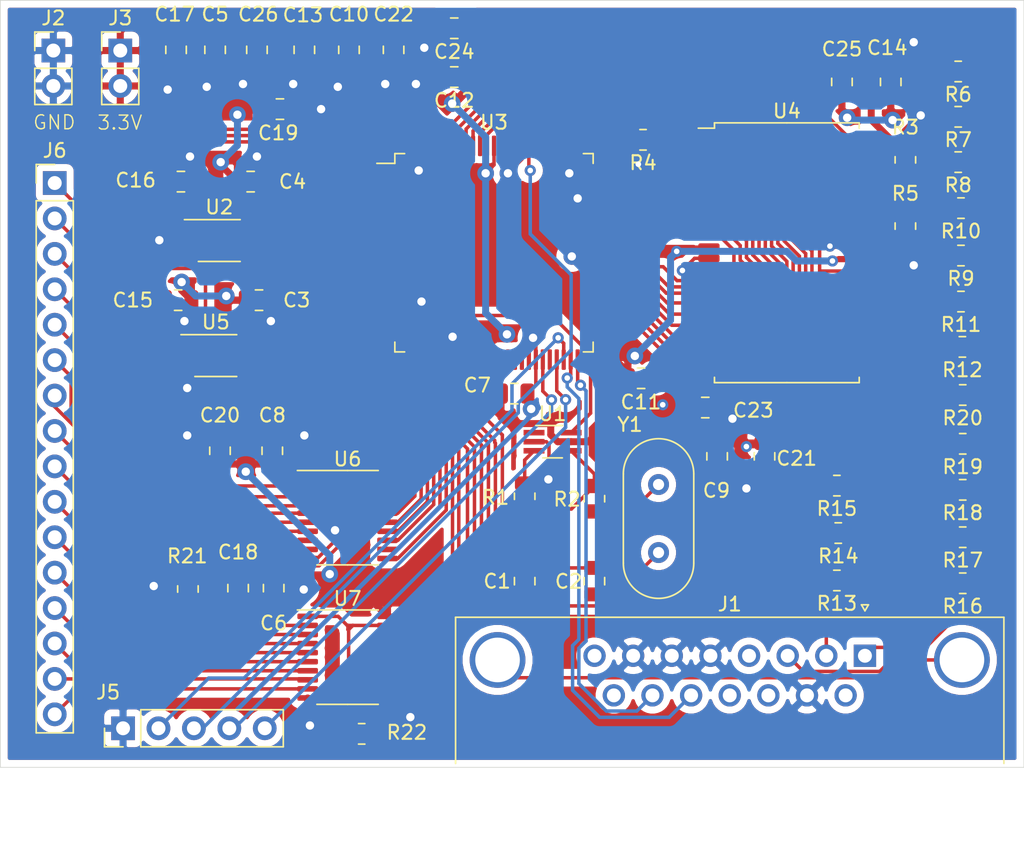
<source format=kicad_pcb>
(kicad_pcb (version 20171130) (host pcbnew "(5.1.10)-1")
  (layers (0 F.Cu signal) (31 B.Cu signal) (34 B.Paste user) (35 F.Paste user) (36 B.SilkS user) (37 F.SilkS user) (38 B.Mask user) (39 F.Mask user) (44 Edge.Cuts user))
  (net 0 "")
  (net 1 "Net-(C1-Pad2)")
  (net 2 "Net-(C1-Pad1)")
  (net 3 "Net-(C2-Pad1)")
  (net 4 GND)
  (net 5 +3V3)
  (net 6 TMS)
  (net 7 TDI)
  (net 8 TDO)
  (net 9 TCK)
  (net 10 "Net-(R1-Pad1)")
  (net 11 "Net-(R6-Pad2)")
  (net 12 "Net-(R7-Pad2)")
  (net 13 BLUE)
  (net 14 "Net-(R8-Pad2)")
  (net 15 "Net-(R9-Pad2)")
  (net 16 "Net-(R10-Pad2)")
  (net 17 "Net-(R11-Pad2)")
  (net 18 "Net-(R12-Pad2)")
  (net 19 "Net-(R13-Pad2)")
  (net 20 GREEN)
  (net 21 "Net-(R14-Pad2)")
  (net 22 "Net-(R15-Pad2)")
  (net 23 "Net-(R16-Pad2)")
  (net 24 "Net-(R18-Pad2)")
  (net 25 "Net-(R20-Pad2)")
  (net 26 "Net-(R22-Pad2)")
  (net 27 RED)
  (net 28 "Net-(U1-Pad1)")
  (net 29 CLK)
  (net 30 "Net-(U2-Pad1)")
  (net 31 "Net-(U3-Pad94)")
  (net 32 "Net-(U3-Pad93)")
  (net 33 "Net-(U3-Pad92)")
  (net 34 "Net-(U3-Pad91)")
  (net 35 "Net-(U3-Pad80)")
  (net 36 "Net-(U3-Pad78)")
  (net 37 "Net-(U3-Pad77)")
  (net 38 "Net-(U3-Pad76)")
  (net 39 "Net-(U3-Pad74)")
  (net 40 "Net-(U3-Pad73)")
  (net 41 "Net-(U3-Pad72)")
  (net 42 "Net-(U3-Pad71)")
  (net 43 "Net-(U3-Pad70)")
  (net 44 "Net-(U3-Pad68)")
  (net 45 "Net-(U3-Pad67)")
  (net 46 "Net-(U3-Pad57)")
  (net 47 "Net-(U3-Pad56)")
  (net 48 "Net-(U3-Pad55)")
  (net 49 "Net-(U3-Pad54)")
  (net 50 "Net-(U3-Pad53)")
  (net 51 "Net-(U3-Pad52)")
  (net 52 "Net-(U3-Pad46)")
  (net 53 "Net-(U3-Pad43)")
  (net 54 "Net-(U3-Pad42)")
  (net 55 "Net-(U3-Pad41)")
  (net 56 "Net-(U3-Pad40)")
  (net 57 "Net-(U3-Pad39)")
  (net 58 "Net-(U3-Pad37)")
  (net 59 "Net-(U3-Pad36)")
  (net 60 "Net-(U3-Pad35)")
  (net 61 "Net-(U3-Pad34)")
  (net 62 "Net-(U3-Pad33)")
  (net 63 "Net-(U3-Pad32)")
  (net 64 "Net-(U3-Pad30)")
  (net 65 "Net-(U3-Pad29)")
  (net 66 "Net-(U3-Pad28)")
  (net 67 "Net-(U3-Pad27)")
  (net 68 "Net-(U3-Pad25)")
  (net 69 "Net-(U3-Pad24)")
  (net 70 "Net-(U3-Pad23)")
  (net 71 "Net-(U3-Pad20)")
  (net 72 "Net-(U3-Pad19)")
  (net 73 "Net-(U3-Pad18)")
  (net 74 "Net-(U3-Pad17)")
  (net 75 "Net-(U3-Pad16)")
  (net 76 "Net-(U3-Pad15)")
  (net 77 "Net-(U3-Pad14)")
  (net 78 "Net-(U3-Pad13)")
  (net 79 "Net-(U3-Pad12)")
  (net 80 "Net-(U3-Pad11)")
  (net 81 "Net-(U3-Pad10)")
  (net 82 "Net-(U3-Pad9)")
  (net 83 "Net-(U3-Pad8)")
  (net 84 "Net-(U3-Pad7)")
  (net 85 "Net-(U3-Pad6)")
  (net 86 "Net-(U3-Pad5)")
  (net 87 "Net-(U3-Pad4)")
  (net 88 "Net-(U3-Pad3)")
  (net 89 "Net-(U3-Pad2)")
  (net 90 "Net-(U3-Pad90)")
  (net 91 ~HSYNC)
  (net 92 ~VSYNC)
  (net 93 "Net-(J6-Pad1)")
  (net 94 "Net-(J6-Pad2)")
  (net 95 "Net-(J6-Pad3)")
  (net 96 "Net-(J6-Pad4)")
  (net 97 "Net-(J6-Pad5)")
  (net 98 "Net-(J6-Pad6)")
  (net 99 "Net-(J6-Pad7)")
  (net 100 "Net-(J6-Pad8)")
  (net 101 "Net-(J6-Pad9)")
  (net 102 "Net-(J1-Pad0)")
  (net 103 "Net-(J1-Pad15)")
  (net 104 "Net-(J1-Pad12)")
  (net 105 "Net-(J1-Pad11)")
  (net 106 "Net-(J1-Pad9)")
  (net 107 "Net-(J1-Pad8)")
  (net 108 "Net-(J1-Pad4)")
  (net 109 "Net-(J6-Pad16)")
  (net 110 "Net-(J6-Pad15)")
  (net 111 "Net-(J6-Pad14)")
  (net 112 "Net-(J6-Pad13)")
  (net 113 "Net-(J6-Pad12)")
  (net 114 "Net-(J6-Pad11)")
  (net 115 "Net-(J6-Pad10)")
  (net 116 "Net-(R3-Pad2)")
  (net 117 "Net-(R4-Pad1)")
  (net 118 "Net-(R5-Pad2)")
  (net 119 "Net-(R17-Pad2)")
  (net 120 "Net-(R19-Pad2)")
  (net 121 "Net-(R21-Pad2)")
  (net 122 "Net-(U2-Pad7)")
  (net 123 "Net-(U2-Pad6)")
  (net 124 "Net-(U2-Pad5)")
  (net 125 "Net-(U2-Pad3)")
  (net 126 "Net-(U2-Pad2)")
  (net 127 "Net-(U4-Pad28)")
  (net 128 "Net-(U4-Pad23)")
  (module Package_QFP:TQFP-100_14x14mm_P0.5mm (layer F.Cu) (at 85.4 62.1)
    (fp_text reference U3 (at 0 -9.35) (layer F.SilkS))
    (fp_text value XC9572XL-10TQG100C)
    (pad 100 smd roundrect (at -6 -7.6625) (size 0.3 1.475) (layers F.Cu F.Paste F.Mask) (net 4 GND))
    (pad 99 smd roundrect (at -5.5 -7.6625) (size 0.3 1.475) (layers F.Cu F.Paste F.Mask) (net 123 "Net-(U2-Pad6)"))
    (pad 98 smd roundrect (at -5 -7.6625) (size 0.3 1.475) (layers F.Cu F.Paste F.Mask) (net 122 "Net-(U2-Pad7)"))
    (pad 97 smd roundrect (at -4.5 -7.6625) (size 0.3 1.475) (layers F.Cu F.Paste F.Mask) (net 30 "Net-(U2-Pad1)"))
    (pad 96 smd roundrect (at -4 -7.6625) (size 0.3 1.475) (layers F.Cu F.Paste F.Mask) (net 126 "Net-(U2-Pad2)"))
    (pad 95 smd roundrect (at -3.5 -7.6625) (size 0.3 1.475) (layers F.Cu F.Paste F.Mask) (net 125 "Net-(U2-Pad3)"))
    (pad 94 smd roundrect (at -3 -7.6625) (size 0.3 1.475) (layers F.Cu F.Paste F.Mask) (net 31 "Net-(U3-Pad94)"))
    (pad 93 smd roundrect (at -2.5 -7.6625) (size 0.3 1.475) (layers F.Cu F.Paste F.Mask) (net 32 "Net-(U3-Pad93)"))
    (pad 92 smd roundrect (at -2 -7.6625) (size 0.3 1.475) (layers F.Cu F.Paste F.Mask) (net 33 "Net-(U3-Pad92)"))
    (pad 91 smd roundrect (at -1.5 -7.6625) (size 0.3 1.475) (layers F.Cu F.Paste F.Mask) (net 34 "Net-(U3-Pad91)"))
    (pad 90 smd roundrect (at -1 -7.6625) (size 0.3 1.475) (layers F.Cu F.Paste F.Mask) (net 90 "Net-(U3-Pad90)"))
    (pad 89 smd roundrect (at -0.5 -7.6625) (size 0.3 1.475) (layers F.Cu F.Paste F.Mask) (net 11 "Net-(R6-Pad2)"))
    (pad 88 smd roundrect (at 0 -7.6625) (size 0.3 1.475) (layers F.Cu F.Paste F.Mask) (net 5 +3V3))
    (pad 87 smd roundrect (at 0.5 -7.6625) (size 0.3 1.475) (layers F.Cu F.Paste F.Mask) (net 12 "Net-(R7-Pad2)"))
    (pad 86 smd roundrect (at 1 -7.6625) (size 0.3 1.475) (layers F.Cu F.Paste F.Mask) (net 14 "Net-(R8-Pad2)"))
    (pad 85 smd roundrect (at 1.5 -7.6625) (size 0.3 1.475) (layers F.Cu F.Paste F.Mask) (net 15 "Net-(R9-Pad2)"))
    (pad 84 smd roundrect (at 2 -7.6625) (size 0.3 1.475) (layers F.Cu F.Paste F.Mask) (net 4 GND))
    (pad 83 smd roundrect (at 2.5 -7.6625) (size 0.3 1.475) (layers F.Cu F.Paste F.Mask) (net 8 TDO))
    (pad 82 smd roundrect (at 3 -7.6625) (size 0.3 1.475) (layers F.Cu F.Paste F.Mask) (net 16 "Net-(R10-Pad2)"))
    (pad 81 smd roundrect (at 3.5 -7.6625) (size 0.3 1.475) (layers F.Cu F.Paste F.Mask) (net 17 "Net-(R11-Pad2)"))
    (pad 80 smd roundrect (at 4 -7.6625) (size 0.3 1.475) (layers F.Cu F.Paste F.Mask) (net 35 "Net-(U3-Pad80)"))
    (pad 79 smd roundrect (at 4.5 -7.6625) (size 0.3 1.475) (layers F.Cu F.Paste F.Mask) (net 18 "Net-(R12-Pad2)"))
    (pad 78 smd roundrect (at 5 -7.6625) (size 0.3 1.475) (layers F.Cu F.Paste F.Mask) (net 36 "Net-(U3-Pad78)"))
    (pad 77 smd roundrect (at 5.5 -7.6625) (size 0.3 1.475) (layers F.Cu F.Paste F.Mask) (net 37 "Net-(U3-Pad77)"))
    (pad 76 smd roundrect (at 6 -7.6625) (size 0.3 1.475) (layers F.Cu F.Paste F.Mask) (net 38 "Net-(U3-Pad76)"))
    (pad 75 smd roundrect (at 7.6625 -6) (size 1.475 0.3) (layers F.Cu F.Paste F.Mask) (net 4 GND))
    (pad 74 smd roundrect (at 7.6625 -5.5) (size 1.475 0.3) (layers F.Cu F.Paste F.Mask) (net 39 "Net-(U3-Pad74)"))
    (pad 73 smd roundrect (at 7.6625 -5) (size 1.475 0.3) (layers F.Cu F.Paste F.Mask) (net 40 "Net-(U3-Pad73)"))
    (pad 72 smd roundrect (at 7.6625 -4.5) (size 1.475 0.3) (layers F.Cu F.Paste F.Mask) (net 41 "Net-(U3-Pad72)"))
    (pad 71 smd roundrect (at 7.6625 -4) (size 1.475 0.3) (layers F.Cu F.Paste F.Mask) (net 42 "Net-(U3-Pad71)"))
    (pad 70 smd roundrect (at 7.6625 -3.5) (size 1.475 0.3) (layers F.Cu F.Paste F.Mask) (net 43 "Net-(U3-Pad70)"))
    (pad 69 smd roundrect (at 7.6625 -3) (size 1.475 0.3) (layers F.Cu F.Paste F.Mask) (net 4 GND))
    (pad 68 smd roundrect (at 7.6625 -2.5) (size 1.475 0.3) (layers F.Cu F.Paste F.Mask) (net 44 "Net-(U3-Pad68)"))
    (pad 67 smd roundrect (at 7.6625 -2) (size 1.475 0.3) (layers F.Cu F.Paste F.Mask) (net 45 "Net-(U3-Pad67)"))
    (pad 66 smd roundrect (at 7.6625 -1.5) (size 1.475 0.3) (layers F.Cu F.Paste F.Mask) (net 25 "Net-(R20-Pad2)"))
    (pad 65 smd roundrect (at 7.6625 -1) (size 1.475 0.3) (layers F.Cu F.Paste F.Mask) (net 120 "Net-(R19-Pad2)"))
    (pad 64 smd roundrect (at 7.6625 -0.5) (size 1.475 0.3) (layers F.Cu F.Paste F.Mask) (net 24 "Net-(R18-Pad2)"))
    (pad 63 smd roundrect (at 7.6625 0) (size 1.475 0.3) (layers F.Cu F.Paste F.Mask) (net 119 "Net-(R17-Pad2)"))
    (pad 62 smd roundrect (at 7.6625 0.5) (size 1.475 0.3) (layers F.Cu F.Paste F.Mask) (net 4 GND))
    (pad 61 smd roundrect (at 7.6625 1) (size 1.475 0.3) (layers F.Cu F.Paste F.Mask) (net 23 "Net-(R16-Pad2)"))
    (pad 60 smd roundrect (at 7.6625 1.5) (size 1.475 0.3) (layers F.Cu F.Paste F.Mask) (net 22 "Net-(R15-Pad2)"))
    (pad 59 smd roundrect (at 7.6625 2) (size 1.475 0.3) (layers F.Cu F.Paste F.Mask) (net 21 "Net-(R14-Pad2)"))
    (pad 58 smd roundrect (at 7.6625 2.5) (size 1.475 0.3) (layers F.Cu F.Paste F.Mask) (net 19 "Net-(R13-Pad2)"))
    (pad 57 smd roundrect (at 7.6625 3) (size 1.475 0.3) (layers F.Cu F.Paste F.Mask) (net 46 "Net-(U3-Pad57)"))
    (pad 56 smd roundrect (at 7.6625 3.5) (size 1.475 0.3) (layers F.Cu F.Paste F.Mask) (net 47 "Net-(U3-Pad56)"))
    (pad 55 smd roundrect (at 7.6625 4) (size 1.475 0.3) (layers F.Cu F.Paste F.Mask) (net 48 "Net-(U3-Pad55)"))
    (pad 54 smd roundrect (at 7.6625 4.5) (size 1.475 0.3) (layers F.Cu F.Paste F.Mask) (net 49 "Net-(U3-Pad54)"))
    (pad 53 smd roundrect (at 7.6625 5) (size 1.475 0.3) (layers F.Cu F.Paste F.Mask) (net 50 "Net-(U3-Pad53)"))
    (pad 52 smd roundrect (at 7.6625 5.5) (size 1.475 0.3) (layers F.Cu F.Paste F.Mask) (net 51 "Net-(U3-Pad52)"))
    (pad 51 smd roundrect (at 7.6625 6) (size 1.475 0.3) (layers F.Cu F.Paste F.Mask) (net 5 +3V3))
    (pad 50 smd roundrect (at 6 7.6625) (size 0.3 1.475) (layers F.Cu F.Paste F.Mask) (net 92 ~VSYNC))
    (pad 49 smd roundrect (at 5.5 7.6625) (size 0.3 1.475) (layers F.Cu F.Paste F.Mask) (net 91 ~HSYNC))
    (pad 48 smd roundrect (at 5 7.6625) (size 0.3 1.475) (layers F.Cu F.Paste F.Mask) (net 9 TCK))
    (pad 47 smd roundrect (at 4.5 7.6625) (size 0.3 1.475) (layers F.Cu F.Paste F.Mask) (net 6 TMS))
    (pad 46 smd roundrect (at 4 7.6625) (size 0.3 1.475) (layers F.Cu F.Paste F.Mask) (net 52 "Net-(U3-Pad46)"))
    (pad 45 smd roundrect (at 3.5 7.6625) (size 0.3 1.475) (layers F.Cu F.Paste F.Mask) (net 7 TDI))
    (pad 44 smd roundrect (at 3 7.6625) (size 0.3 1.475) (layers F.Cu F.Paste F.Mask) (net 4 GND))
    (pad 43 smd roundrect (at 2.5 7.6625) (size 0.3 1.475) (layers F.Cu F.Paste F.Mask) (net 53 "Net-(U3-Pad43)"))
    (pad 42 smd roundrect (at 2 7.6625) (size 0.3 1.475) (layers F.Cu F.Paste F.Mask) (net 54 "Net-(U3-Pad42)"))
    (pad 41 smd roundrect (at 1.5 7.6625) (size 0.3 1.475) (layers F.Cu F.Paste F.Mask) (net 55 "Net-(U3-Pad41)"))
    (pad 40 smd roundrect (at 1 7.6625) (size 0.3 1.475) (layers F.Cu F.Paste F.Mask) (net 56 "Net-(U3-Pad40)"))
    (pad 39 smd roundrect (at 0.5 7.6625) (size 0.3 1.475) (layers F.Cu F.Paste F.Mask) (net 57 "Net-(U3-Pad39)"))
    (pad 38 smd roundrect (at 0 7.6625) (size 0.3 1.475) (layers F.Cu F.Paste F.Mask) (net 5 +3V3))
    (pad 37 smd roundrect (at -0.5 7.6625) (size 0.3 1.475) (layers F.Cu F.Paste F.Mask) (net 58 "Net-(U3-Pad37)"))
    (pad 36 smd roundrect (at -1 7.6625) (size 0.3 1.475) (layers F.Cu F.Paste F.Mask) (net 59 "Net-(U3-Pad36)"))
    (pad 35 smd roundrect (at -1.5 7.6625) (size 0.3 1.475) (layers F.Cu F.Paste F.Mask) (net 60 "Net-(U3-Pad35)"))
    (pad 34 smd roundrect (at -2 7.6625) (size 0.3 1.475) (layers F.Cu F.Paste F.Mask) (net 61 "Net-(U3-Pad34)"))
    (pad 33 smd roundrect (at -2.5 7.6625) (size 0.3 1.475) (layers F.Cu F.Paste F.Mask) (net 62 "Net-(U3-Pad33)"))
    (pad 32 smd roundrect (at -3 7.6625) (size 0.3 1.475) (layers F.Cu F.Paste F.Mask) (net 63 "Net-(U3-Pad32)"))
    (pad 31 smd roundrect (at -3.5 7.6625) (size 0.3 1.475) (layers F.Cu F.Paste F.Mask) (net 4 GND))
    (pad 30 smd roundrect (at -4 7.6625) (size 0.3 1.475) (layers F.Cu F.Paste F.Mask) (net 64 "Net-(U3-Pad30)"))
    (pad 29 smd roundrect (at -4.5 7.6625) (size 0.3 1.475) (layers F.Cu F.Paste F.Mask) (net 65 "Net-(U3-Pad29)"))
    (pad 28 smd roundrect (at -5 7.6625) (size 0.3 1.475) (layers F.Cu F.Paste F.Mask) (net 66 "Net-(U3-Pad28)"))
    (pad 27 smd roundrect (at -5.5 7.6625) (size 0.3 1.475) (layers F.Cu F.Paste F.Mask) (net 67 "Net-(U3-Pad27)"))
    (pad 26 smd roundrect (at -6 7.6625) (size 0.3 1.475) (layers F.Cu F.Paste F.Mask) (net 5 +3V3))
    (pad 25 smd roundrect (at -7.6625 6) (size 1.475 0.3) (layers F.Cu F.Paste F.Mask) (net 68 "Net-(U3-Pad25)"))
    (pad 24 smd roundrect (at -7.6625 5.5) (size 1.475 0.3) (layers F.Cu F.Paste F.Mask) (net 69 "Net-(U3-Pad24)"))
    (pad 23 smd roundrect (at -7.6625 5) (size 1.475 0.3) (layers F.Cu F.Paste F.Mask) (net 70 "Net-(U3-Pad23)"))
    (pad 22 smd roundrect (at -7.6625 4.5) (size 1.475 0.3) (layers F.Cu F.Paste F.Mask) (net 29 CLK))
    (pad 21 smd roundrect (at -7.6625 4) (size 1.475 0.3) (layers F.Cu F.Paste F.Mask) (net 4 GND))
    (pad 20 smd roundrect (at -7.6625 3.5) (size 1.475 0.3) (layers F.Cu F.Paste F.Mask) (net 71 "Net-(U3-Pad20)"))
    (pad 19 smd roundrect (at -7.6625 3) (size 1.475 0.3) (layers F.Cu F.Paste F.Mask) (net 72 "Net-(U3-Pad19)"))
    (pad 18 smd roundrect (at -7.6625 2.5) (size 1.475 0.3) (layers F.Cu F.Paste F.Mask) (net 73 "Net-(U3-Pad18)"))
    (pad 17 smd roundrect (at -7.6625 2) (size 1.475 0.3) (layers F.Cu F.Paste F.Mask) (net 74 "Net-(U3-Pad17)"))
    (pad 16 smd roundrect (at -7.6625 1.5) (size 1.475 0.3) (layers F.Cu F.Paste F.Mask) (net 75 "Net-(U3-Pad16)"))
    (pad 15 smd roundrect (at -7.6625 1) (size 1.475 0.3) (layers F.Cu F.Paste F.Mask) (net 76 "Net-(U3-Pad15)"))
    (pad 14 smd roundrect (at -7.6625 0.5) (size 1.475 0.3) (layers F.Cu F.Paste F.Mask) (net 77 "Net-(U3-Pad14)"))
    (pad 13 smd roundrect (at -7.6625 0) (size 1.475 0.3) (layers F.Cu F.Paste F.Mask) (net 78 "Net-(U3-Pad13)"))
    (pad 12 smd roundrect (at -7.6625 -0.5) (size 1.475 0.3) (layers F.Cu F.Paste F.Mask) (net 79 "Net-(U3-Pad12)"))
    (pad 11 smd roundrect (at -7.6625 -1) (size 1.475 0.3) (layers F.Cu F.Paste F.Mask) (net 80 "Net-(U3-Pad11)"))
    (pad 10 smd roundrect (at -7.6625 -1.5) (size 1.475 0.3) (layers F.Cu F.Paste F.Mask) (net 81 "Net-(U3-Pad10)"))
    (pad 9 smd roundrect (at -7.6625 -2) (size 1.475 0.3) (layers F.Cu F.Paste F.Mask) (net 82 "Net-(U3-Pad9)"))
    (pad 8 smd roundrect (at -7.6625 -2.5) (size 1.475 0.3) (layers F.Cu F.Paste F.Mask) (net 83 "Net-(U3-Pad8)"))
    (pad 7 smd roundrect (at -7.6625 -3) (size 1.475 0.3) (layers F.Cu F.Paste F.Mask) (net 84 "Net-(U3-Pad7)"))
    (pad 6 smd roundrect (at -7.6625 -3.5) (size 1.475 0.3) (layers F.Cu F.Paste F.Mask) (net 85 "Net-(U3-Pad6)"))
    (pad 5 smd roundrect (at -7.6625 -4) (size 1.475 0.3) (layers F.Cu F.Paste F.Mask) (net 86 "Net-(U3-Pad5)"))
    (pad 4 smd roundrect (at -7.6625 -4.5) (size 1.475 0.3) (layers F.Cu F.Paste F.Mask) (net 87 "Net-(U3-Pad4)"))
    (pad 3 smd roundrect (at -7.6625 -5) (size 1.475 0.3) (layers F.Cu F.Paste F.Mask) (net 88 "Net-(U3-Pad3)"))
    (pad 2 smd roundrect (at -7.6625 -5.5) (size 1.475 0.3) (layers F.Cu F.Paste F.Mask) (net 89 "Net-(U3-Pad2)"))
    (pad 1 smd roundrect (at -7.6625 -6) (size 1.475 0.3) (layers F.Cu F.Paste F.Mask) (net 124 "Net-(U2-Pad5)"))
  )
  (module Connector_PinHeader_2.54mm:PinHeader_1x05_P2.54mm_Vertical (layer F.Cu) (at 58.8 96.2 90)
    (fp_text reference J5 (at 2.58 -1.07 180) (layer F.SilkS))
    (fp_text value Conn_01x05)
    (pad 5 thru_hole oval (at 0 10.16 90) (size 1.7 1.7) (drill 1) (layers *.Cu *.Mask) (net 6 TMS))
    (pad 4 thru_hole oval (at 0 7.62 90) (size 1.7 1.7) (drill 1) (layers *.Cu *.Mask) (net 7 TDI))
    (pad 3 thru_hole oval (at 0 5.08 90) (size 1.7 1.7) (drill 1) (layers *.Cu *.Mask) (net 8 TDO))
    (pad 2 thru_hole oval (at 0 2.54 90) (size 1.7 1.7) (drill 1) (layers *.Cu *.Mask) (net 9 TCK))
    (pad 1 thru_hole rect (at 0 0 90) (size 1.7 1.7) (drill 1) (layers *.Cu *.Mask) (net 4 GND))
  )
  (module Capacitor_SMD:C_0805_2012Metric (layer F.Cu) (at 69.5 76.3 90)
    (fp_text reference C8 (at 2.55 0 180) (layer F.SilkS))
    (fp_text value 100n)
    (pad 2 smd roundrect (at 0.95 0 90) (size 1 1.45) (layers F.Cu F.Paste F.Mask) (net 4 GND))
    (pad 1 smd roundrect (at -0.95 0 90) (size 1 1.45) (layers F.Cu F.Paste F.Mask) (net 5 +3V3))
  )
  (module Package_SO:SSOP-8_2.95x2.8mm_P0.65mm (layer F.Cu) (at 65.45 69.475)
    (fp_text reference U5 (at 0 -2.4) (layer F.SilkS))
    (fp_text value AT25DN512C-XMHF-T)
    (pad 8 smd rect (at 1.7 -0.975 270) (size 0.3 1.6) (layers F.Cu F.Paste F.Mask) (net 5 +3V3))
    (pad 7 smd rect (at 1.7 -0.325 270) (size 0.3 1.6) (layers F.Cu F.Paste F.Mask) (net 85 "Net-(U3-Pad6)"))
    (pad 6 smd rect (at 1.7 0.325 270) (size 0.3 1.6) (layers F.Cu F.Paste F.Mask) (net 83 "Net-(U3-Pad8)"))
    (pad 5 smd rect (at 1.7 0.975 270) (size 0.3 1.6) (layers F.Cu F.Paste F.Mask) (net 82 "Net-(U3-Pad9)"))
    (pad 4 smd rect (at -1.7 0.975 270) (size 0.3 1.6) (layers F.Cu F.Paste F.Mask) (net 4 GND))
    (pad 3 smd rect (at -1.7 0.325 270) (size 0.3 1.6) (layers F.Cu F.Paste F.Mask) (net 88 "Net-(U3-Pad3)"))
    (pad 2 smd rect (at -1.7 -0.325 270) (size 0.3 1.6) (layers F.Cu F.Paste F.Mask) (net 87 "Net-(U3-Pad4)"))
    (pad 1 smd rect (at -1.7 -0.975 270) (size 0.3 1.6) (layers F.Cu F.Paste F.Mask) (net 86 "Net-(U3-Pad5)"))
  )
  (module Package_SO:SSOP-8_2.95x2.8mm_P0.65mm (layer F.Cu) (at 65.7 61.225)
    (fp_text reference U2 (at 0 -2.4) (layer F.SilkS))
    (fp_text value AT25DN512C-XMHF-T)
    (pad 8 smd rect (at 1.7 -0.975 270) (size 0.3 1.6) (layers F.Cu F.Paste F.Mask) (net 5 +3V3))
    (pad 7 smd rect (at 1.7 -0.325 270) (size 0.3 1.6) (layers F.Cu F.Paste F.Mask) (net 122 "Net-(U2-Pad7)"))
    (pad 6 smd rect (at 1.7 0.325 270) (size 0.3 1.6) (layers F.Cu F.Paste F.Mask) (net 123 "Net-(U2-Pad6)"))
    (pad 5 smd rect (at 1.7 0.975 270) (size 0.3 1.6) (layers F.Cu F.Paste F.Mask) (net 124 "Net-(U2-Pad5)"))
    (pad 4 smd rect (at -1.7 0.975 270) (size 0.3 1.6) (layers F.Cu F.Paste F.Mask) (net 4 GND))
    (pad 3 smd rect (at -1.7 0.325 270) (size 0.3 1.6) (layers F.Cu F.Paste F.Mask) (net 125 "Net-(U2-Pad3)"))
    (pad 2 smd rect (at -1.7 -0.325 270) (size 0.3 1.6) (layers F.Cu F.Paste F.Mask) (net 126 "Net-(U2-Pad2)"))
    (pad 1 smd rect (at -1.7 -0.975 270) (size 0.3 1.6) (layers F.Cu F.Paste F.Mask) (net 30 "Net-(U2-Pad1)"))
  )
  (module Connector_Dsub:DSUB-15_Female_Horizontal_P2.77x2.84mm_EdgePinOffset4.94mm_Housed_MountingHolesOffset7.48mm (layer F.Cu) (at 112 91)
    (fp_text reference J1 (at -9.695 -3.7) (layer F.SilkS))
    (fp_text value DB15_Female_HighDensity_MountingHoles)
    (pad 0 thru_hole circle (at 6.955 0.3) (size 4 4) (drill 3.2) (layers *.Cu *.Mask) (net 102 "Net-(J1-Pad0)"))
    (pad 0 thru_hole circle (at -26.345 0.3) (size 4 4) (drill 3.2) (layers *.Cu *.Mask) (net 102 "Net-(J1-Pad0)"))
    (pad 15 thru_hole circle (at -18.005 2.84) (size 1.6 1.6) (drill 1) (layers *.Cu *.Mask) (net 103 "Net-(J1-Pad15)"))
    (pad 14 thru_hole circle (at -15.235 2.84) (size 1.6 1.6) (drill 1) (layers *.Cu *.Mask) (net 92 ~VSYNC))
    (pad 13 thru_hole circle (at -12.465 2.84) (size 1.6 1.6) (drill 1) (layers *.Cu *.Mask) (net 91 ~HSYNC))
    (pad 12 thru_hole circle (at -9.695 2.84) (size 1.6 1.6) (drill 1) (layers *.Cu *.Mask) (net 104 "Net-(J1-Pad12)"))
    (pad 11 thru_hole circle (at -6.925 2.84) (size 1.6 1.6) (drill 1) (layers *.Cu *.Mask) (net 105 "Net-(J1-Pad11)"))
    (pad 10 thru_hole circle (at -4.155 2.84) (size 1.6 1.6) (drill 1) (layers *.Cu *.Mask) (net 4 GND))
    (pad 9 thru_hole circle (at -1.385 2.84) (size 1.6 1.6) (drill 1) (layers *.Cu *.Mask) (net 106 "Net-(J1-Pad9)"))
    (pad 8 thru_hole circle (at -19.39 0) (size 1.6 1.6) (drill 1) (layers *.Cu *.Mask) (net 107 "Net-(J1-Pad8)"))
    (pad 7 thru_hole circle (at -16.62 0) (size 1.6 1.6) (drill 1) (layers *.Cu *.Mask) (net 4 GND))
    (pad 6 thru_hole circle (at -13.85 0) (size 1.6 1.6) (drill 1) (layers *.Cu *.Mask) (net 4 GND))
    (pad 5 thru_hole circle (at -11.08 0) (size 1.6 1.6) (drill 1) (layers *.Cu *.Mask) (net 4 GND))
    (pad 4 thru_hole circle (at -8.31 0) (size 1.6 1.6) (drill 1) (layers *.Cu *.Mask) (net 108 "Net-(J1-Pad4)"))
    (pad 3 thru_hole circle (at -5.54 0) (size 1.6 1.6) (drill 1) (layers *.Cu *.Mask) (net 13 BLUE))
    (pad 2 thru_hole circle (at -2.77 0) (size 1.6 1.6) (drill 1) (layers *.Cu *.Mask) (net 20 GREEN))
    (pad 1 thru_hole rect (at 0 0) (size 1.6 1.6) (drill 1) (layers *.Cu *.Mask) (net 27 RED))
  )
  (module Capacitor_SMD:C_0805_2012Metric (layer F.Cu) (at 82.55 49.5 180)
    (fp_text reference C12 (at 0 -1.68) (layer F.SilkS))
    (fp_text value 100n)
    (pad 2 smd roundrect (at 0.95 0 180) (size 1 1.45) (layers F.Cu F.Paste F.Mask) (net 4 GND))
    (pad 1 smd roundrect (at -0.95 0 180) (size 1 1.45) (layers F.Cu F.Paste F.Mask) (net 5 +3V3))
  )
  (module Package_SO:TSOP-II-44_10.16x18.41mm_P0.8mm (layer F.Cu) (at 106.4 62.1)
    (fp_text reference U4 (at 0 -10.16) (layer F.SilkS))
    (fp_text value CY62136EV30LL-45ZSXI)
    (pad 44 smd roundrect (at 5.5875 -8.4) (size 1.525 0.55) (layers F.Cu F.Paste F.Mask) (net 31 "Net-(U3-Pad94)"))
    (pad 43 smd roundrect (at 5.5875 -7.6) (size 1.525 0.55) (layers F.Cu F.Paste F.Mask) (net 32 "Net-(U3-Pad93)"))
    (pad 42 smd roundrect (at 5.5875 -6.8) (size 1.525 0.55) (layers F.Cu F.Paste F.Mask) (net 33 "Net-(U3-Pad92)"))
    (pad 41 smd roundrect (at 5.5875 -6) (size 1.525 0.55) (layers F.Cu F.Paste F.Mask) (net 34 "Net-(U3-Pad91)"))
    (pad 40 smd roundrect (at 5.5875 -5.2) (size 1.525 0.55) (layers F.Cu F.Paste F.Mask) (net 116 "Net-(R3-Pad2)"))
    (pad 39 smd roundrect (at 5.5875 -4.4) (size 1.525 0.55) (layers F.Cu F.Paste F.Mask) (net 118 "Net-(R5-Pad2)"))
    (pad 38 smd roundrect (at 5.5875 -3.6) (size 1.525 0.55) (layers F.Cu F.Paste F.Mask) (net 90 "Net-(U3-Pad90)"))
    (pad 37 smd roundrect (at 5.5875 -2.8) (size 1.525 0.55) (layers F.Cu F.Paste F.Mask) (net 11 "Net-(R6-Pad2)"))
    (pad 36 smd roundrect (at 5.5875 -2) (size 1.525 0.55) (layers F.Cu F.Paste F.Mask) (net 12 "Net-(R7-Pad2)"))
    (pad 35 smd roundrect (at 5.5875 -1.2) (size 1.525 0.55) (layers F.Cu F.Paste F.Mask) (net 14 "Net-(R8-Pad2)"))
    (pad 34 smd roundrect (at 5.5875 -0.4) (size 1.525 0.55) (layers F.Cu F.Paste F.Mask) (net 4 GND))
    (pad 33 smd roundrect (at 5.5875 0.4) (size 1.525 0.55) (layers F.Cu F.Paste F.Mask) (net 5 +3V3))
    (pad 32 smd roundrect (at 5.5875 1.2) (size 1.525 0.55) (layers F.Cu F.Paste F.Mask) (net 15 "Net-(R9-Pad2)"))
    (pad 31 smd roundrect (at 5.5875 2) (size 1.525 0.55) (layers F.Cu F.Paste F.Mask) (net 16 "Net-(R10-Pad2)"))
    (pad 30 smd roundrect (at 5.5875 2.8) (size 1.525 0.55) (layers F.Cu F.Paste F.Mask) (net 17 "Net-(R11-Pad2)"))
    (pad 29 smd roundrect (at 5.5875 3.6) (size 1.525 0.55) (layers F.Cu F.Paste F.Mask) (net 18 "Net-(R12-Pad2)"))
    (pad 28 smd roundrect (at 5.5875 4.4) (size 1.525 0.55) (layers F.Cu F.Paste F.Mask) (net 127 "Net-(U4-Pad28)"))
    (pad 27 smd roundrect (at 5.5875 5.2) (size 1.525 0.55) (layers F.Cu F.Paste F.Mask) (net 36 "Net-(U3-Pad78)"))
    (pad 26 smd roundrect (at 5.5875 6) (size 1.525 0.55) (layers F.Cu F.Paste F.Mask) (net 37 "Net-(U3-Pad77)"))
    (pad 25 smd roundrect (at 5.5875 6.8) (size 1.525 0.55) (layers F.Cu F.Paste F.Mask) (net 38 "Net-(U3-Pad76)"))
    (pad 24 smd roundrect (at 5.5875 7.6) (size 1.525 0.55) (layers F.Cu F.Paste F.Mask) (net 39 "Net-(U3-Pad74)"))
    (pad 23 smd roundrect (at 5.5875 8.4) (size 1.525 0.55) (layers F.Cu F.Paste F.Mask) (net 128 "Net-(U4-Pad23)"))
    (pad 22 smd roundrect (at -5.5875 8.4) (size 1.525 0.55) (layers F.Cu F.Paste F.Mask) (net 51 "Net-(U3-Pad52)"))
    (pad 21 smd roundrect (at -5.5875 7.6) (size 1.525 0.55) (layers F.Cu F.Paste F.Mask) (net 50 "Net-(U3-Pad53)"))
    (pad 20 smd roundrect (at -5.5875 6.8) (size 1.525 0.55) (layers F.Cu F.Paste F.Mask) (net 49 "Net-(U3-Pad54)"))
    (pad 19 smd roundrect (at -5.5875 6) (size 1.525 0.55) (layers F.Cu F.Paste F.Mask) (net 48 "Net-(U3-Pad55)"))
    (pad 18 smd roundrect (at -5.5875 5.2) (size 1.525 0.55) (layers F.Cu F.Paste F.Mask) (net 47 "Net-(U3-Pad56)"))
    (pad 17 smd roundrect (at -5.5875 4.4) (size 1.525 0.55) (layers F.Cu F.Paste F.Mask) (net 46 "Net-(U3-Pad57)"))
    (pad 16 smd roundrect (at -5.5875 3.6) (size 1.525 0.55) (layers F.Cu F.Paste F.Mask) (net 19 "Net-(R13-Pad2)"))
    (pad 15 smd roundrect (at -5.5875 2.8) (size 1.525 0.55) (layers F.Cu F.Paste F.Mask) (net 21 "Net-(R14-Pad2)"))
    (pad 14 smd roundrect (at -5.5875 2) (size 1.525 0.55) (layers F.Cu F.Paste F.Mask) (net 22 "Net-(R15-Pad2)"))
    (pad 13 smd roundrect (at -5.5875 1.2) (size 1.525 0.55) (layers F.Cu F.Paste F.Mask) (net 23 "Net-(R16-Pad2)"))
    (pad 12 smd roundrect (at -5.5875 0.4) (size 1.525 0.55) (layers F.Cu F.Paste F.Mask) (net 4 GND))
    (pad 11 smd roundrect (at -5.5875 -0.4) (size 1.525 0.55) (layers F.Cu F.Paste F.Mask) (net 5 +3V3))
    (pad 10 smd roundrect (at -5.5875 -1.2) (size 1.525 0.55) (layers F.Cu F.Paste F.Mask) (net 119 "Net-(R17-Pad2)"))
    (pad 9 smd roundrect (at -5.5875 -2) (size 1.525 0.55) (layers F.Cu F.Paste F.Mask) (net 24 "Net-(R18-Pad2)"))
    (pad 8 smd roundrect (at -5.5875 -2.8) (size 1.525 0.55) (layers F.Cu F.Paste F.Mask) (net 120 "Net-(R19-Pad2)"))
    (pad 7 smd roundrect (at -5.5875 -3.6) (size 1.525 0.55) (layers F.Cu F.Paste F.Mask) (net 25 "Net-(R20-Pad2)"))
    (pad 6 smd roundrect (at -5.5875 -4.4) (size 1.525 0.55) (layers F.Cu F.Paste F.Mask) (net 117 "Net-(R4-Pad1)"))
    (pad 5 smd roundrect (at -5.5875 -5.2) (size 1.525 0.55) (layers F.Cu F.Paste F.Mask) (net 45 "Net-(U3-Pad67)"))
    (pad 4 smd roundrect (at -5.5875 -6) (size 1.525 0.55) (layers F.Cu F.Paste F.Mask) (net 44 "Net-(U3-Pad68)"))
    (pad 3 smd roundrect (at -5.5875 -6.8) (size 1.525 0.55) (layers F.Cu F.Paste F.Mask) (net 43 "Net-(U3-Pad70)"))
    (pad 2 smd roundrect (at -5.5875 -7.6) (size 1.525 0.55) (layers F.Cu F.Paste F.Mask) (net 42 "Net-(U3-Pad71)"))
    (pad 1 smd roundrect (at -5.5875 -8.4) (size 1.525 0.55) (layers F.Cu F.Paste F.Mask) (net 41 "Net-(U3-Pad72)"))
  )
  (module Resistor_SMD:R_0805_2012Metric (layer F.Cu) (at 109.9875 85.6 180)
    (fp_text reference R13 (at 0 -1.65) (layer F.SilkS))
    (fp_text value 1.5K)
    (pad 2 smd roundrect (at 0.9125 0 180) (size 1.025 1.4) (layers F.Cu F.Paste F.Mask) (roundrect_rratio 0.243902) (net 19 "Net-(R13-Pad2)"))
    (pad 1 smd roundrect (at -0.9125 0 180) (size 1.025 1.4) (layers F.Cu F.Paste F.Mask) (roundrect_rratio 0.243902) (net 20 GREEN))
  )
  (module Resistor_SMD:R_0805_2012Metric (layer F.Cu) (at 110.0875 82.2 180)
    (fp_text reference R14 (at 0 -1.65) (layer F.SilkS))
    (fp_text value 1.5K)
    (pad 2 smd roundrect (at 0.9125 0 180) (size 1.025 1.4) (layers F.Cu F.Paste F.Mask) (roundrect_rratio 0.243902) (net 21 "Net-(R14-Pad2)"))
    (pad 1 smd roundrect (at -0.9125 0 180) (size 1.025 1.4) (layers F.Cu F.Paste F.Mask) (roundrect_rratio 0.243902) (net 20 GREEN))
  )
  (module Resistor_SMD:R_0805_2012Metric (layer F.Cu) (at 109.9875 78.8 180)
    (fp_text reference R15 (at 0 -1.65) (layer F.SilkS))
    (fp_text value 1.5K)
    (pad 2 smd roundrect (at 0.9125 0 180) (size 1.025 1.4) (layers F.Cu F.Paste F.Mask) (roundrect_rratio 0.243902) (net 22 "Net-(R15-Pad2)"))
    (pad 1 smd roundrect (at -0.9125 0 180) (size 1.025 1.4) (layers F.Cu F.Paste F.Mask) (roundrect_rratio 0.243902) (net 20 GREEN))
  )
  (module Resistor_SMD:R_0805_2012Metric (layer F.Cu) (at 96.0875 54 180)
    (fp_text reference R4 (at 0 -1.65) (layer F.SilkS))
    (fp_text value 50K)
    (pad 2 smd roundrect (at 0.9125 0 180) (size 1.025 1.4) (layers F.Cu F.Paste F.Mask) (roundrect_rratio 0.243902) (net 4 GND))
    (pad 1 smd roundrect (at -0.9125 0 180) (size 1.025 1.4) (layers F.Cu F.Paste F.Mask) (roundrect_rratio 0.243902) (net 117 "Net-(R4-Pad1)"))
  )
  (module Capacitor_SMD:C_0805_2012Metric (layer F.Cu) (at 110.35 49.85 90)
    (fp_text reference C25 (at 2.35 0 180) (layer F.SilkS))
    (fp_text value 1u)
    (pad 2 smd roundrect (at 0.95 0 90) (size 1 1.45) (layers F.Cu F.Paste F.Mask) (net 4 GND))
    (pad 1 smd roundrect (at -0.95 0 90) (size 1 1.45) (layers F.Cu F.Paste F.Mask) (net 5 +3V3))
  )
  (module Package_SO:TSSOP-20_4.4x6.5mm_P0.65mm (layer F.Cu) (at 74.9 91.1)
    (fp_text reference U7 (at 0 -4.2) (layer F.SilkS))
    (fp_text value 74LS541)
    (pad 20 smd roundrect (at 2.8625 -2.925) (size 1.475 0.4) (layers F.Cu F.Paste F.Mask) (net 5 +3V3))
    (pad 19 smd roundrect (at 2.8625 -2.275) (size 1.475 0.4) (layers F.Cu F.Paste F.Mask) (net 26 "Net-(R22-Pad2)"))
    (pad 18 smd roundrect (at 2.8625 -1.625) (size 1.475 0.4) (layers F.Cu F.Paste F.Mask) (net 73 "Net-(U3-Pad18)"))
    (pad 17 smd roundrect (at 2.8625 -0.975) (size 1.475 0.4) (layers F.Cu F.Paste F.Mask) (net 71 "Net-(U3-Pad20)"))
    (pad 16 smd roundrect (at 2.8625 -0.325) (size 1.475 0.4) (layers F.Cu F.Paste F.Mask) (net 70 "Net-(U3-Pad23)"))
    (pad 15 smd roundrect (at 2.8625 0.325) (size 1.475 0.4) (layers F.Cu F.Paste F.Mask) (net 68 "Net-(U3-Pad25)"))
    (pad 14 smd roundrect (at 2.8625 0.975) (size 1.475 0.4) (layers F.Cu F.Paste F.Mask) (net 67 "Net-(U3-Pad27)"))
    (pad 13 smd roundrect (at 2.8625 1.625) (size 1.475 0.4) (layers F.Cu F.Paste F.Mask) (net 66 "Net-(U3-Pad28)"))
    (pad 12 smd roundrect (at 2.8625 2.275) (size 1.475 0.4) (layers F.Cu F.Paste F.Mask) (net 65 "Net-(U3-Pad29)"))
    (pad 11 smd roundrect (at 2.8625 2.925) (size 1.475 0.4) (layers F.Cu F.Paste F.Mask) (net 64 "Net-(U3-Pad30)"))
    (pad 10 smd roundrect (at -2.8625 2.925) (size 1.475 0.4) (layers F.Cu F.Paste F.Mask) (net 4 GND))
    (pad 9 smd roundrect (at -2.8625 2.275) (size 1.475 0.4) (layers F.Cu F.Paste F.Mask) (net 109 "Net-(J6-Pad16)"))
    (pad 8 smd roundrect (at -2.8625 1.625) (size 1.475 0.4) (layers F.Cu F.Paste F.Mask) (net 110 "Net-(J6-Pad15)"))
    (pad 7 smd roundrect (at -2.8625 0.975) (size 1.475 0.4) (layers F.Cu F.Paste F.Mask) (net 111 "Net-(J6-Pad14)"))
    (pad 6 smd roundrect (at -2.8625 0.325) (size 1.475 0.4) (layers F.Cu F.Paste F.Mask) (net 112 "Net-(J6-Pad13)"))
    (pad 5 smd roundrect (at -2.8625 -0.325) (size 1.475 0.4) (layers F.Cu F.Paste F.Mask) (net 113 "Net-(J6-Pad12)"))
    (pad 4 smd roundrect (at -2.8625 -0.975) (size 1.475 0.4) (layers F.Cu F.Paste F.Mask) (net 114 "Net-(J6-Pad11)"))
    (pad 3 smd roundrect (at -2.8625 -1.625) (size 1.475 0.4) (layers F.Cu F.Paste F.Mask) (net 115 "Net-(J6-Pad10)"))
    (pad 2 smd roundrect (at -2.8625 -2.275) (size 1.475 0.4) (layers F.Cu F.Paste F.Mask) (net 101 "Net-(J6-Pad9)"))
    (pad 1 smd roundrect (at -2.8625 -2.925) (size 1.475 0.4) (layers F.Cu F.Paste F.Mask) (net 26 "Net-(R22-Pad2)"))
  )
  (module Package_SO:TSSOP-20_4.4x6.5mm_P0.65mm (layer F.Cu) (at 74.9 81.1)
    (fp_text reference U6 (at 0 -4.2) (layer F.SilkS))
    (fp_text value 74LS541)
    (pad 20 smd roundrect (at 2.8625 -2.925) (size 1.475 0.4) (layers F.Cu F.Paste F.Mask) (net 5 +3V3))
    (pad 19 smd roundrect (at 2.8625 -2.275) (size 1.475 0.4) (layers F.Cu F.Paste F.Mask) (net 121 "Net-(R21-Pad2)"))
    (pad 18 smd roundrect (at 2.8625 -1.625) (size 1.475 0.4) (layers F.Cu F.Paste F.Mask) (net 81 "Net-(U3-Pad10)"))
    (pad 17 smd roundrect (at 2.8625 -0.975) (size 1.475 0.4) (layers F.Cu F.Paste F.Mask) (net 80 "Net-(U3-Pad11)"))
    (pad 16 smd roundrect (at 2.8625 -0.325) (size 1.475 0.4) (layers F.Cu F.Paste F.Mask) (net 79 "Net-(U3-Pad12)"))
    (pad 15 smd roundrect (at 2.8625 0.325) (size 1.475 0.4) (layers F.Cu F.Paste F.Mask) (net 78 "Net-(U3-Pad13)"))
    (pad 14 smd roundrect (at 2.8625 0.975) (size 1.475 0.4) (layers F.Cu F.Paste F.Mask) (net 77 "Net-(U3-Pad14)"))
    (pad 13 smd roundrect (at 2.8625 1.625) (size 1.475 0.4) (layers F.Cu F.Paste F.Mask) (net 76 "Net-(U3-Pad15)"))
    (pad 12 smd roundrect (at 2.8625 2.275) (size 1.475 0.4) (layers F.Cu F.Paste F.Mask) (net 75 "Net-(U3-Pad16)"))
    (pad 11 smd roundrect (at 2.8625 2.925) (size 1.475 0.4) (layers F.Cu F.Paste F.Mask) (net 74 "Net-(U3-Pad17)"))
    (pad 10 smd roundrect (at -2.8625 2.925) (size 1.475 0.4) (layers F.Cu F.Paste F.Mask) (net 4 GND))
    (pad 9 smd roundrect (at -2.8625 2.275) (size 1.475 0.4) (layers F.Cu F.Paste F.Mask) (net 100 "Net-(J6-Pad8)"))
    (pad 8 smd roundrect (at -2.8625 1.625) (size 1.475 0.4) (layers F.Cu F.Paste F.Mask) (net 99 "Net-(J6-Pad7)"))
    (pad 7 smd roundrect (at -2.8625 0.975) (size 1.475 0.4) (layers F.Cu F.Paste F.Mask) (net 98 "Net-(J6-Pad6)"))
    (pad 6 smd roundrect (at -2.8625 0.325) (size 1.475 0.4) (layers F.Cu F.Paste F.Mask) (net 97 "Net-(J6-Pad5)"))
    (pad 5 smd roundrect (at -2.8625 -0.325) (size 1.475 0.4) (layers F.Cu F.Paste F.Mask) (net 96 "Net-(J6-Pad4)"))
    (pad 4 smd roundrect (at -2.8625 -0.975) (size 1.475 0.4) (layers F.Cu F.Paste F.Mask) (net 95 "Net-(J6-Pad3)"))
    (pad 3 smd roundrect (at -2.8625 -1.625) (size 1.475 0.4) (layers F.Cu F.Paste F.Mask) (net 94 "Net-(J6-Pad2)"))
    (pad 2 smd roundrect (at -2.8625 -2.275) (size 1.475 0.4) (layers F.Cu F.Paste F.Mask) (net 93 "Net-(J6-Pad1)"))
    (pad 1 smd roundrect (at -2.8625 -2.925) (size 1.475 0.4) (layers F.Cu F.Paste F.Mask) (net 121 "Net-(R21-Pad2)"))
  )
  (module Crystal:Crystal_HC49-4H_Vertical (layer F.Cu) (at 97.2 83.6 90)
    (fp_text reference Y1 (at 9.18 -2.05 180) (layer F.SilkS))
    (fp_text value Crystal)
    (pad 2 thru_hole circle (at 4.88 0 90) (size 1.5 1.5) (drill 0.8) (layers *.Cu *.Mask) (net 3 "Net-(C2-Pad1)"))
    (pad 1 thru_hole circle (at 0 0 90) (size 1.5 1.5) (drill 0.8) (layers *.Cu *.Mask) (net 2 "Net-(C1-Pad1)"))
  )
  (module Package_TO_SOT_SMD:SOT-363_SC-70-6_Handsoldering (layer F.Cu) (at 89.6 75.65)
    (fp_text reference U1 (at 0 -2) (layer F.SilkS))
    (fp_text value SN74LVC1GX04DCKR)
    (pad 6 smd rect (at 1.33 -0.65) (size 1.5 0.4) (layers F.Cu F.Paste F.Mask) (net 29 CLK))
    (pad 5 smd rect (at 1.33 0) (size 1.5 0.4) (layers F.Cu F.Paste F.Mask) (net 5 +3V3))
    (pad 4 smd rect (at 1.33 0.65) (size 1.5 0.4) (layers F.Cu F.Paste F.Mask) (net 10 "Net-(R1-Pad1)"))
    (pad 3 smd rect (at -1.33 0.65) (size 1.5 0.4) (layers F.Cu F.Paste F.Mask) (net 2 "Net-(C1-Pad1)"))
    (pad 2 smd rect (at -1.33 0) (size 1.5 0.4) (layers F.Cu F.Paste F.Mask) (net 4 GND))
    (pad 1 smd rect (at -1.33 -0.65) (size 1.5 0.4) (layers F.Cu F.Paste F.Mask) (net 28 "Net-(U1-Pad1)"))
  )
  (module Resistor_SMD:R_0805_2012Metric (layer F.Cu) (at 75.9125 96.6 180)
    (fp_text reference R22 (at -3.2375 0.1) (layer F.SilkS))
    (fp_text value 50K)
    (pad 2 smd roundrect (at 0.9125 0 180) (size 1.025 1.4) (layers F.Cu F.Paste F.Mask) (roundrect_rratio 0.243902) (net 26 "Net-(R22-Pad2)"))
    (pad 1 smd roundrect (at -0.9125 0 180) (size 1.025 1.4) (layers F.Cu F.Paste F.Mask) (roundrect_rratio 0.243902) (net 4 GND))
  )
  (module Resistor_SMD:R_0805_2012Metric (layer F.Cu) (at 63.45 86.2125 90)
    (fp_text reference R21 (at 2.3625 -0.05 180) (layer F.SilkS))
    (fp_text value 50K)
    (pad 2 smd roundrect (at 0.9125 0 90) (size 1.025 1.4) (layers F.Cu F.Paste F.Mask) (roundrect_rratio 0.243902) (net 121 "Net-(R21-Pad2)"))
    (pad 1 smd roundrect (at -0.9125 0 90) (size 1.025 1.4) (layers F.Cu F.Paste F.Mask) (roundrect_rratio 0.243902) (net 4 GND))
  )
  (module Resistor_SMD:R_0805_2012Metric (layer F.Cu) (at 119.0125 72.3 180)
    (fp_text reference R20 (at 0 -1.65) (layer F.SilkS))
    (fp_text value 1.5K)
    (pad 2 smd roundrect (at 0.9125 0 180) (size 1.025 1.4) (layers F.Cu F.Paste F.Mask) (roundrect_rratio 0.243902) (net 25 "Net-(R20-Pad2)"))
    (pad 1 smd roundrect (at -0.9125 0 180) (size 1.025 1.4) (layers F.Cu F.Paste F.Mask) (roundrect_rratio 0.243902) (net 27 RED))
  )
  (module Resistor_SMD:R_0805_2012Metric (layer F.Cu) (at 119.0125 75.8 180)
    (fp_text reference R19 (at 0 -1.65) (layer F.SilkS))
    (fp_text value 1.5K)
    (pad 2 smd roundrect (at 0.9125 0 180) (size 1.025 1.4) (layers F.Cu F.Paste F.Mask) (roundrect_rratio 0.243902) (net 120 "Net-(R19-Pad2)"))
    (pad 1 smd roundrect (at -0.9125 0 180) (size 1.025 1.4) (layers F.Cu F.Paste F.Mask) (roundrect_rratio 0.243902) (net 27 RED))
  )
  (module Resistor_SMD:R_0805_2012Metric (layer F.Cu) (at 119.0125 79.1 180)
    (fp_text reference R18 (at 0 -1.65) (layer F.SilkS))
    (fp_text value 1.5K)
    (pad 2 smd roundrect (at 0.9125 0 180) (size 1.025 1.4) (layers F.Cu F.Paste F.Mask) (roundrect_rratio 0.243902) (net 24 "Net-(R18-Pad2)"))
    (pad 1 smd roundrect (at -0.9125 0 180) (size 1.025 1.4) (layers F.Cu F.Paste F.Mask) (roundrect_rratio 0.243902) (net 27 RED))
  )
  (module Resistor_SMD:R_0805_2012Metric (layer F.Cu) (at 119.0125 82.5 180)
    (fp_text reference R17 (at 0 -1.65) (layer F.SilkS))
    (fp_text value 1.5K)
    (pad 2 smd roundrect (at 0.9125 0 180) (size 1.025 1.4) (layers F.Cu F.Paste F.Mask) (roundrect_rratio 0.243902) (net 119 "Net-(R17-Pad2)"))
    (pad 1 smd roundrect (at -0.9125 0 180) (size 1.025 1.4) (layers F.Cu F.Paste F.Mask) (roundrect_rratio 0.243902) (net 27 RED))
  )
  (module Resistor_SMD:R_0805_2012Metric (layer F.Cu) (at 119.0125 85.8 180)
    (fp_text reference R16 (at 0 -1.65) (layer F.SilkS))
    (fp_text value 1.5K)
    (pad 2 smd roundrect (at 0.9125 0 180) (size 1.025 1.4) (layers F.Cu F.Paste F.Mask) (roundrect_rratio 0.243902) (net 23 "Net-(R16-Pad2)"))
    (pad 1 smd roundrect (at -0.9125 0 180) (size 1.025 1.4) (layers F.Cu F.Paste F.Mask) (roundrect_rratio 0.243902) (net 27 RED))
  )
  (module Resistor_SMD:R_0805_2012Metric (layer F.Cu) (at 118.9875 68.85 180)
    (fp_text reference R12 (at 0 -1.65) (layer F.SilkS))
    (fp_text value 1.5K)
    (pad 2 smd roundrect (at 0.9125 0 180) (size 1.025 1.4) (layers F.Cu F.Paste F.Mask) (roundrect_rratio 0.243902) (net 18 "Net-(R12-Pad2)"))
    (pad 1 smd roundrect (at -0.9125 0 180) (size 1.025 1.4) (layers F.Cu F.Paste F.Mask) (roundrect_rratio 0.243902) (net 20 GREEN))
  )
  (module Resistor_SMD:R_0805_2012Metric (layer F.Cu) (at 118.8875 65.6 180)
    (fp_text reference R11 (at 0 -1.65) (layer F.SilkS))
    (fp_text value 1.5K)
    (pad 2 smd roundrect (at 0.9125 0 180) (size 1.025 1.4) (layers F.Cu F.Paste F.Mask) (roundrect_rratio 0.243902) (net 17 "Net-(R11-Pad2)"))
    (pad 1 smd roundrect (at -0.9125 0 180) (size 1.025 1.4) (layers F.Cu F.Paste F.Mask) (roundrect_rratio 0.243902) (net 20 GREEN))
  )
  (module Resistor_SMD:R_0805_2012Metric (layer F.Cu) (at 118.8875 58.9 180)
    (fp_text reference R10 (at 0 -1.65) (layer F.SilkS))
    (fp_text value 1.5K)
    (pad 2 smd roundrect (at 0.9125 0 180) (size 1.025 1.4) (layers F.Cu F.Paste F.Mask) (roundrect_rratio 0.243902) (net 16 "Net-(R10-Pad2)"))
    (pad 1 smd roundrect (at -0.9125 0 180) (size 1.025 1.4) (layers F.Cu F.Paste F.Mask) (roundrect_rratio 0.243902) (net 13 BLUE))
  )
  (module Resistor_SMD:R_0805_2012Metric (layer F.Cu) (at 118.8875 62.3 180)
    (fp_text reference R9 (at 0 -1.65) (layer F.SilkS))
    (fp_text value 1.5K)
    (pad 2 smd roundrect (at 0.9125 0 180) (size 1.025 1.4) (layers F.Cu F.Paste F.Mask) (roundrect_rratio 0.243902) (net 15 "Net-(R9-Pad2)"))
    (pad 1 smd roundrect (at -0.9125 0 180) (size 1.025 1.4) (layers F.Cu F.Paste F.Mask) (roundrect_rratio 0.243902) (net 13 BLUE))
  )
  (module Resistor_SMD:R_0805_2012Metric (layer F.Cu) (at 118.6875 55.6 180)
    (fp_text reference R8 (at 0 -1.65) (layer F.SilkS))
    (fp_text value 1.5K)
    (pad 2 smd roundrect (at 0.9125 0 180) (size 1.025 1.4) (layers F.Cu F.Paste F.Mask) (roundrect_rratio 0.243902) (net 14 "Net-(R8-Pad2)"))
    (pad 1 smd roundrect (at -0.9125 0 180) (size 1.025 1.4) (layers F.Cu F.Paste F.Mask) (roundrect_rratio 0.243902) (net 13 BLUE))
  )
  (module Resistor_SMD:R_0805_2012Metric (layer F.Cu) (at 118.6875 52.35 180)
    (fp_text reference R7 (at 0 -1.65) (layer F.SilkS))
    (fp_text value 1.5K)
    (pad 2 smd roundrect (at 0.9125 0 180) (size 1.025 1.4) (layers F.Cu F.Paste F.Mask) (roundrect_rratio 0.243902) (net 12 "Net-(R7-Pad2)"))
    (pad 1 smd roundrect (at -0.9125 0 180) (size 1.025 1.4) (layers F.Cu F.Paste F.Mask) (roundrect_rratio 0.243902) (net 13 BLUE))
  )
  (module Resistor_SMD:R_0805_2012Metric (layer F.Cu) (at 118.6875 49.1 180)
    (fp_text reference R6 (at 0 -1.65) (layer F.SilkS))
    (fp_text value 1.5K)
    (pad 2 smd roundrect (at 0.9125 0 180) (size 1.025 1.4) (layers F.Cu F.Paste F.Mask) (roundrect_rratio 0.243902) (net 11 "Net-(R6-Pad2)"))
    (pad 1 smd roundrect (at -0.9125 0 180) (size 1.025 1.4) (layers F.Cu F.Paste F.Mask) (roundrect_rratio 0.243902) (net 13 BLUE))
  )
  (module Resistor_SMD:R_0805_2012Metric (layer F.Cu) (at 114.9 60.1875 90)
    (fp_text reference R5 (at 2.3375 0 180) (layer F.SilkS))
    (fp_text value 50K)
    (pad 2 smd roundrect (at 0.9125 0 90) (size 1.025 1.4) (layers F.Cu F.Paste F.Mask) (roundrect_rratio 0.243902) (net 118 "Net-(R5-Pad2)"))
    (pad 1 smd roundrect (at -0.9125 0 90) (size 1.025 1.4) (layers F.Cu F.Paste F.Mask) (roundrect_rratio 0.243902) (net 4 GND))
  )
  (module Resistor_SMD:R_0805_2012Metric (layer F.Cu) (at 114.9 55.4375 270)
    (fp_text reference R3 (at -2.3375 0 180) (layer F.SilkS))
    (fp_text value 50K)
    (pad 2 smd roundrect (at 0.9125 0 270) (size 1.025 1.4) (layers F.Cu F.Paste F.Mask) (roundrect_rratio 0.243902) (net 116 "Net-(R3-Pad2)"))
    (pad 1 smd roundrect (at -0.9125 0 270) (size 1.025 1.4) (layers F.Cu F.Paste F.Mask) (roundrect_rratio 0.243902) (net 4 GND))
  )
  (module Resistor_SMD:R_0805_2012Metric (layer F.Cu) (at 92.6 79.7375 90)
    (fp_text reference R2 (at -0.0425 -1.96 180) (layer F.SilkS))
    (fp_text value 1K)
    (pad 2 smd roundrect (at 0.9125 0 90) (size 1.025 1.4) (layers F.Cu F.Paste F.Mask) (roundrect_rratio 0.243902) (net 10 "Net-(R1-Pad1)"))
    (pad 1 smd roundrect (at -0.9125 0 90) (size 1.025 1.4) (layers F.Cu F.Paste F.Mask) (roundrect_rratio 0.243902) (net 3 "Net-(C2-Pad1)"))
  )
  (module Resistor_SMD:R_0805_2012Metric (layer F.Cu) (at 87.6 79.5625 90)
    (fp_text reference R1 (at -0.0875 -2.09 180) (layer F.SilkS))
    (fp_text value 2.2M)
    (pad 2 smd roundrect (at 0.9125 0 90) (size 1.025 1.4) (layers F.Cu F.Paste F.Mask) (roundrect_rratio 0.243902) (net 2 "Net-(C1-Pad1)"))
    (pad 1 smd roundrect (at -0.9125 0 90) (size 1.025 1.4) (layers F.Cu F.Paste F.Mask) (roundrect_rratio 0.243902) (net 10 "Net-(R1-Pad1)"))
  )
  (module Connector_PinHeader_2.54mm:PinHeader_1x16_P2.54mm_Vertical (layer F.Cu) (at 53.9 57.1)
    (fp_text reference J6 (at 0 -2.33) (layer F.SilkS))
    (fp_text value Conn_01x16)
    (pad 16 thru_hole oval (at 0 38.1) (size 1.7 1.7) (drill 1) (layers *.Cu *.Mask) (net 109 "Net-(J6-Pad16)"))
    (pad 15 thru_hole oval (at 0 35.56) (size 1.7 1.7) (drill 1) (layers *.Cu *.Mask) (net 110 "Net-(J6-Pad15)"))
    (pad 14 thru_hole oval (at 0 33.02) (size 1.7 1.7) (drill 1) (layers *.Cu *.Mask) (net 111 "Net-(J6-Pad14)"))
    (pad 13 thru_hole oval (at 0 30.48) (size 1.7 1.7) (drill 1) (layers *.Cu *.Mask) (net 112 "Net-(J6-Pad13)"))
    (pad 12 thru_hole oval (at 0 27.94) (size 1.7 1.7) (drill 1) (layers *.Cu *.Mask) (net 113 "Net-(J6-Pad12)"))
    (pad 11 thru_hole oval (at 0 25.4) (size 1.7 1.7) (drill 1) (layers *.Cu *.Mask) (net 114 "Net-(J6-Pad11)"))
    (pad 10 thru_hole oval (at 0 22.86) (size 1.7 1.7) (drill 1) (layers *.Cu *.Mask) (net 115 "Net-(J6-Pad10)"))
    (pad 9 thru_hole oval (at 0 20.32) (size 1.7 1.7) (drill 1) (layers *.Cu *.Mask) (net 101 "Net-(J6-Pad9)"))
    (pad 8 thru_hole oval (at 0 17.78) (size 1.7 1.7) (drill 1) (layers *.Cu *.Mask) (net 100 "Net-(J6-Pad8)"))
    (pad 7 thru_hole oval (at 0 15.24) (size 1.7 1.7) (drill 1) (layers *.Cu *.Mask) (net 99 "Net-(J6-Pad7)"))
    (pad 6 thru_hole oval (at 0 12.7) (size 1.7 1.7) (drill 1) (layers *.Cu *.Mask) (net 98 "Net-(J6-Pad6)"))
    (pad 5 thru_hole oval (at 0 10.16) (size 1.7 1.7) (drill 1) (layers *.Cu *.Mask) (net 97 "Net-(J6-Pad5)"))
    (pad 4 thru_hole oval (at 0 7.62) (size 1.7 1.7) (drill 1) (layers *.Cu *.Mask) (net 96 "Net-(J6-Pad4)"))
    (pad 3 thru_hole oval (at 0 5.08) (size 1.7 1.7) (drill 1) (layers *.Cu *.Mask) (net 95 "Net-(J6-Pad3)"))
    (pad 2 thru_hole oval (at 0 2.54) (size 1.7 1.7) (drill 1) (layers *.Cu *.Mask) (net 94 "Net-(J6-Pad2)"))
    (pad 1 thru_hole rect (at 0 0) (size 1.7 1.7) (drill 1) (layers *.Cu *.Mask) (net 93 "Net-(J6-Pad1)"))
  )
  (module Connector_PinHeader_2.54mm:PinHeader_1x02_P2.54mm_Vertical (layer F.Cu) (at 58.6 47.6)
    (fp_text reference J3 (at 0 -2.33) (layer F.SilkS))
    (fp_text value Conn_01x02)
    (pad 2 thru_hole oval (at 0 2.54) (size 1.7 1.7) (drill 1) (layers *.Cu *.Mask) (net 5 +3V3))
    (pad 1 thru_hole rect (at 0 0) (size 1.7 1.7) (drill 1) (layers *.Cu *.Mask) (net 5 +3V3))
  )
  (module Connector_PinHeader_2.54mm:PinHeader_1x02_P2.54mm_Vertical (layer F.Cu) (at 53.8 47.6)
    (fp_text reference J2 (at 0 -2.33) (layer F.SilkS))
    (fp_text value Conn_01x02)
    (pad 2 thru_hole oval (at 0 2.54) (size 1.7 1.7) (drill 1) (layers *.Cu *.Mask) (net 4 GND))
    (pad 1 thru_hole rect (at 0 0) (size 1.7 1.7) (drill 1) (layers *.Cu *.Mask) (net 4 GND))
  )
  (module Capacitor_SMD:C_0805_2012Metric (layer F.Cu) (at 68.4 47.55 270)
    (fp_text reference C26 (at -2.55 -0.1 180) (layer F.SilkS))
    (fp_text value 1u)
    (pad 2 smd roundrect (at 0.95 0 270) (size 1 1.45) (layers F.Cu F.Paste F.Mask) (net 4 GND))
    (pad 1 smd roundrect (at -0.95 0 270) (size 1 1.45) (layers F.Cu F.Paste F.Mask) (net 5 +3V3))
  )
  (module Capacitor_SMD:C_0805_2012Metric (layer F.Cu) (at 82.55 46 180)
    (fp_text reference C24 (at 0 -1.68) (layer F.SilkS))
    (fp_text value 1u)
    (pad 2 smd roundrect (at 0.95 0 180) (size 1 1.45) (layers F.Cu F.Paste F.Mask) (net 4 GND))
    (pad 1 smd roundrect (at -0.95 0 180) (size 1 1.45) (layers F.Cu F.Paste F.Mask) (net 5 +3V3))
  )
  (module Capacitor_SMD:C_0805_2012Metric (layer F.Cu) (at 100.55 73.2)
    (fp_text reference C23 (at 3.45 0.2) (layer F.SilkS))
    (fp_text value 1u)
    (pad 2 smd roundrect (at 0.95 0) (size 1 1.45) (layers F.Cu F.Paste F.Mask) (net 4 GND))
    (pad 1 smd roundrect (at -0.95 0) (size 1 1.45) (layers F.Cu F.Paste F.Mask) (net 5 +3V3))
  )
  (module Capacitor_SMD:C_0805_2012Metric (layer F.Cu) (at 78.2 47.55 270)
    (fp_text reference C22 (at -2.55 0 180) (layer F.SilkS))
    (fp_text value 1u)
    (pad 2 smd roundrect (at 0.95 0 270) (size 1 1.45) (layers F.Cu F.Paste F.Mask) (net 4 GND))
    (pad 1 smd roundrect (at -0.95 0 270) (size 1 1.45) (layers F.Cu F.Paste F.Mask) (net 5 +3V3))
  )
  (module Capacitor_SMD:C_0805_2012Metric (layer F.Cu) (at 104.8 76.7 270)
    (fp_text reference C21 (at 0.15 -2.3 180) (layer F.SilkS))
    (fp_text value 1u)
    (pad 2 smd roundrect (at 0.95 0 270) (size 1 1.45) (layers F.Cu F.Paste F.Mask) (net 4 GND))
    (pad 1 smd roundrect (at -0.95 0 270) (size 1 1.45) (layers F.Cu F.Paste F.Mask) (net 5 +3V3))
  )
  (module Capacitor_SMD:C_0805_2012Metric (layer F.Cu) (at 65.75 76.3 90)
    (fp_text reference C20 (at 2.55 0) (layer F.SilkS))
    (fp_text value 1u)
    (pad 2 smd roundrect (at 0.95 0 90) (size 1 1.45) (layers F.Cu F.Paste F.Mask) (net 4 GND))
    (pad 1 smd roundrect (at -0.95 0 90) (size 1 1.45) (layers F.Cu F.Paste F.Mask) (net 5 +3V3))
  )
  (module Capacitor_SMD:C_0805_2012Metric (layer F.Cu) (at 70.05 51.8)
    (fp_text reference C19 (at -0.12 1.71) (layer F.SilkS))
    (fp_text value 1u)
    (pad 2 smd roundrect (at 0.95 0) (size 1 1.45) (layers F.Cu F.Paste F.Mask) (net 4 GND))
    (pad 1 smd roundrect (at -0.95 0) (size 1 1.45) (layers F.Cu F.Paste F.Mask) (net 5 +3V3))
  )
  (module Capacitor_SMD:C_0805_2012Metric (layer F.Cu) (at 67.05 86.15 270)
    (fp_text reference C18 (at -2.58 0 180) (layer F.SilkS))
    (fp_text value 1u)
    (pad 2 smd roundrect (at 0.95 0 270) (size 1 1.45) (layers F.Cu F.Paste F.Mask) (net 4 GND))
    (pad 1 smd roundrect (at -0.95 0 270) (size 1 1.45) (layers F.Cu F.Paste F.Mask) (net 5 +3V3))
  )
  (module Capacitor_SMD:C_0805_2012Metric (layer F.Cu) (at 62.6 47.55 270)
    (fp_text reference C17 (at -2.55 0.1 180) (layer F.SilkS))
    (fp_text value 1u)
    (pad 2 smd roundrect (at 0.95 0 270) (size 1 1.45) (layers F.Cu F.Paste F.Mask) (net 4 GND))
    (pad 1 smd roundrect (at -0.95 0 270) (size 1 1.45) (layers F.Cu F.Paste F.Mask) (net 5 +3V3))
  )
  (module Capacitor_SMD:C_0805_2012Metric (layer F.Cu) (at 62.95 57 180)
    (fp_text reference C16 (at 3.25 0.1) (layer F.SilkS))
    (fp_text value 1u)
    (pad 2 smd roundrect (at 0.95 0 180) (size 1 1.45) (layers F.Cu F.Paste F.Mask) (net 4 GND))
    (pad 1 smd roundrect (at -0.95 0 180) (size 1 1.45) (layers F.Cu F.Paste F.Mask) (net 5 +3V3))
  )
  (module Capacitor_SMD:C_0805_2012Metric (layer F.Cu) (at 62.75 65.5 180)
    (fp_text reference C15 (at 3.25 0) (layer F.SilkS))
    (fp_text value 1u)
    (pad 2 smd roundrect (at 0.95 0 180) (size 1 1.45) (layers F.Cu F.Paste F.Mask) (net 4 GND))
    (pad 1 smd roundrect (at -0.95 0 180) (size 1 1.45) (layers F.Cu F.Paste F.Mask) (net 5 +3V3))
  )
  (module Capacitor_SMD:C_0805_2012Metric (layer F.Cu) (at 113.85 49.85 90)
    (fp_text reference C14 (at 2.45 -0.25 180) (layer F.SilkS))
    (fp_text value 100n)
    (pad 2 smd roundrect (at 0.95 0 90) (size 1 1.45) (layers F.Cu F.Paste F.Mask) (net 4 GND))
    (pad 1 smd roundrect (at -0.95 0 90) (size 1 1.45) (layers F.Cu F.Paste F.Mask) (net 5 +3V3))
  )
  (module Capacitor_SMD:C_0805_2012Metric (layer F.Cu) (at 71.8 47.55 270)
    (fp_text reference C13 (at -2.5 0.1 180) (layer F.SilkS))
    (fp_text value 100n)
    (pad 2 smd roundrect (at 0.95 0 270) (size 1 1.45) (layers F.Cu F.Paste F.Mask) (net 4 GND))
    (pad 1 smd roundrect (at -0.95 0 270) (size 1 1.45) (layers F.Cu F.Paste F.Mask) (net 5 +3V3))
  )
  (module Capacitor_SMD:C_0805_2012Metric (layer F.Cu) (at 95.95 71.1)
    (fp_text reference C11 (at -0.02 1.71) (layer F.SilkS))
    (fp_text value 100n)
    (pad 2 smd roundrect (at 0.95 0) (size 1 1.45) (layers F.Cu F.Paste F.Mask) (net 4 GND))
    (pad 1 smd roundrect (at -0.95 0) (size 1 1.45) (layers F.Cu F.Paste F.Mask) (net 5 +3V3))
  )
  (module Capacitor_SMD:C_0805_2012Metric (layer F.Cu) (at 75 47.55 270)
    (fp_text reference C10 (at -2.55 0 180) (layer F.SilkS))
    (fp_text value 100n)
    (pad 2 smd roundrect (at 0.95 0 270) (size 1 1.45) (layers F.Cu F.Paste F.Mask) (net 4 GND))
    (pad 1 smd roundrect (at -0.95 0 270) (size 1 1.45) (layers F.Cu F.Paste F.Mask) (net 5 +3V3))
  )
  (module Capacitor_SMD:C_0805_2012Metric (layer F.Cu) (at 101.4 76.7 270)
    (fp_text reference C9 (at 2.45 0.05 180) (layer F.SilkS))
    (fp_text value 100n)
    (pad 2 smd roundrect (at 0.95 0 270) (size 1 1.45) (layers F.Cu F.Paste F.Mask) (net 4 GND))
    (pad 1 smd roundrect (at -0.95 0 270) (size 1 1.45) (layers F.Cu F.Paste F.Mask) (net 5 +3V3))
  )
  (module Capacitor_SMD:C_0805_2012Metric (layer F.Cu) (at 86.85 72.2)
    (fp_text reference C7 (at -2.65 -0.6) (layer F.SilkS))
    (fp_text value 100n)
    (pad 2 smd roundrect (at 0.95 0) (size 1 1.45) (layers F.Cu F.Paste F.Mask) (net 4 GND))
    (pad 1 smd roundrect (at -0.95 0) (size 1 1.45) (layers F.Cu F.Paste F.Mask) (net 5 +3V3))
  )
  (module Capacitor_SMD:C_0805_2012Metric (layer F.Cu) (at 69.6 86.15 270)
    (fp_text reference C6 (at 2.51 0 180) (layer F.SilkS))
    (fp_text value 100n)
    (pad 2 smd roundrect (at 0.95 0 270) (size 1 1.45) (layers F.Cu F.Paste F.Mask) (net 4 GND))
    (pad 1 smd roundrect (at -0.95 0 270) (size 1 1.45) (layers F.Cu F.Paste F.Mask) (net 5 +3V3))
  )
  (module Capacitor_SMD:C_0805_2012Metric (layer F.Cu) (at 65.4 47.55 270)
    (fp_text reference C5 (at -2.55 0 180) (layer F.SilkS))
    (fp_text value 100n)
    (pad 2 smd roundrect (at 0.95 0 270) (size 1 1.45) (layers F.Cu F.Paste F.Mask) (net 4 GND))
    (pad 1 smd roundrect (at -0.95 0 270) (size 1 1.45) (layers F.Cu F.Paste F.Mask) (net 5 +3V3))
  )
  (module Capacitor_SMD:C_0805_2012Metric (layer F.Cu) (at 67.95 57)
    (fp_text reference C4 (at 3 0) (layer F.SilkS))
    (fp_text value 100n)
    (pad 2 smd roundrect (at 0.95 0) (size 1 1.45) (layers F.Cu F.Paste F.Mask) (net 4 GND))
    (pad 1 smd roundrect (at -0.95 0) (size 1 1.45) (layers F.Cu F.Paste F.Mask) (net 5 +3V3))
  )
  (module Capacitor_SMD:C_0805_2012Metric (layer F.Cu) (at 68.55 65.5)
    (fp_text reference C3 (at 2.7 0) (layer F.SilkS))
    (fp_text value 100n)
    (pad 2 smd roundrect (at 0.95 0) (size 1 1.45) (layers F.Cu F.Paste F.Mask) (net 4 GND))
    (pad 1 smd roundrect (at -0.95 0) (size 1 1.45) (layers F.Cu F.Paste F.Mask) (net 5 +3V3))
  )
  (module Capacitor_SMD:C_0805_2012Metric (layer F.Cu) (at 92.6 85.65 90)
    (fp_text reference C2 (at -0.02 -1.85 180) (layer F.SilkS))
    (fp_text value 32p)
    (pad 2 smd roundrect (at 0.95 0 90) (size 1 1.45) (layers F.Cu F.Paste F.Mask) (net 1 "Net-(C1-Pad2)"))
    (pad 1 smd roundrect (at -0.95 0 90) (size 1 1.45) (layers F.Cu F.Paste F.Mask) (net 3 "Net-(C2-Pad1)"))
  )
  (module Capacitor_SMD:C_0805_2012Metric (layer F.Cu) (at 87.6 85.65 90)
    (fp_text reference C1 (at -0.01 -1.98 180) (layer F.SilkS))
    (fp_text value 32p)
    (pad 2 smd roundrect (at 0.95 0 90) (size 1 1.45) (layers F.Cu F.Paste F.Mask) (net 1 "Net-(C1-Pad2)"))
    (pad 1 smd roundrect (at -0.95 0 90) (size 1 1.45) (layers F.Cu F.Paste F.Mask) (net 2 "Net-(C1-Pad1)"))
  )
  (gr_text 3.3V (at 58.57 52.77) (layer F.SilkS) (effects (font (size 1 1) (thickness 0.1))))
  (gr_text GND (at 53.87 52.75) (layer F.SilkS) (effects (font (size 1 1) (thickness 0.1))))
  (gr_line (start 123.4 99) (end 50 99) (layer Edge.Cuts) (width 0.05))
  (gr_line (start 123.4 44) (end 123.4 99) (layer Edge.Cuts) (width 0.05))
  (gr_line (start 50 44) (end 123.4 44) (layer Edge.Cuts) (width 0.05))
  (gr_line (start 50 99) (end 50 44) (layer Edge.Cuts) (width 0.05))
  (segment (start 92.6 84.7) (end 87.6 84.7) (width 0.25) (layer F.Cu) (net 1))
  (segment (start 87.6 78.65) (end 86.54999 79.70001) (width 0.25) (layer F.Cu) (net 2))
  (segment (start 86.54999 79.70001) (end 86.54999 85.54999) (width 0.25) (layer F.Cu) (net 2))
  (segment (start 86.54999 85.54999) (end 87.6 86.6) (width 0.25) (layer F.Cu) (net 2))
  (segment (start 93.37499 87.42501) (end 97.2 83.6) (width 0.25) (layer F.Cu) (net 2))
  (segment (start 88.42501 87.42501) (end 93.37499 87.42501) (width 0.25) (layer F.Cu) (net 2))
  (segment (start 87.6 86.6) (end 88.42501 87.42501) (width 0.25) (layer F.Cu) (net 2))
  (segment (start 87.6 76.97) (end 88.27 76.3) (width 0.25) (layer F.Cu) (net 2))
  (segment (start 87.6 78.65) (end 87.6 76.97) (width 0.25) (layer F.Cu) (net 2))
  (segment (start 92.48 86.72) (end 92.6 86.6) (width 0.25) (layer F.Cu) (net 3))
  (segment (start 92.6 80.65) (end 93.65001 81.70001) (width 0.25) (layer F.Cu) (net 3))
  (segment (start 93.65001 81.70001) (end 93.65001 85.54999) (width 0.25) (layer F.Cu) (net 3))
  (segment (start 93.65001 85.54999) (end 92.6 86.6) (width 0.25) (layer F.Cu) (net 3))
  (segment (start 92.6 86.6) (end 94.4 84.8) (width 0.25) (layer F.Cu) (net 3))
  (segment (start 94.4 81.52) (end 97.2 78.72) (width 0.25) (layer F.Cu) (net 3))
  (segment (start 94.4 84.8) (end 94.4 81.52) (width 0.25) (layer F.Cu) (net 3))
  (segment (start 114.9 54.525) (end 114.9 53.35) (width 0.5) (layer F.Cu) (net 4))
  (segment (start 112.451698 52.570832) (end 112.451698 50.298302) (width 0.5) (layer F.Cu) (net 4))
  (segment (start 114.405866 54.525) (end 112.451698 52.570832) (width 0.5) (layer F.Cu) (net 4))
  (segment (start 112.451698 50.298302) (end 113.85 48.9) (width 0.5) (layer F.Cu) (net 4))
  (segment (start 114.9 54.525) (end 114.405866 54.525) (width 0.5) (layer F.Cu) (net 4))
  (segment (start 114.9 53.35) (end 116 52.25) (width 0.5) (layer F.Cu) (net 4))
  (segment (start 63.45 87.125) (end 70.88254 87.125) (width 0.5) (layer F.Cu) (net 4))
  (segment (start 70.88254 87.125) (end 71.75753 86.25001) (width 0.5) (layer F.Cu) (net 4))
  (segment (start 95.175 54) (end 95.175 55.175) (width 0.5) (layer F.Cu) (net 4))
  (segment (start 95.175 55.175) (end 95.75 55.75) (width 0.5) (layer F.Cu) (net 4))
  (segment (start 111.9875 61.7) (end 109.564773 61.7) (width 0.25) (layer F.Cu) (net 4))
  (segment (start 109.564773 61.7) (end 109.489783 61.62501) (width 0.25) (layer F.Cu) (net 4))
  (segment (start 72.0375 84.025) (end 72.726058 84.025) (width 0.25) (layer F.Cu) (net 4))
  (segment (start 72.726058 84.025) (end 74 82.751058) (width 0.25) (layer F.Cu) (net 4))
  (segment (start 74 82.751058) (end 74 82) (width 0.25) (layer F.Cu) (net 4))
  (segment (start 101.5 73.2) (end 101.7 73.2) (width 0.5) (layer F.Cu) (net 4))
  (segment (start 101.7 73.2) (end 102.5 74) (width 0.5) (layer F.Cu) (net 4))
  (segment (start 96.9 71.1) (end 99.4 71.1) (width 0.5) (layer F.Cu) (net 4))
  (segment (start 99.4 71.1) (end 101.5 73.2) (width 0.5) (layer F.Cu) (net 4))
  (segment (start 101.4 77.65) (end 102.15 77.65) (width 0.5) (layer F.Cu) (net 4))
  (segment (start 102.15 77.65) (end 103.5 79) (width 0.5) (layer F.Cu) (net 4))
  (segment (start 104.8 77.65) (end 101.4 77.65) (width 0.5) (layer F.Cu) (net 4))
  (segment (start 114.9 61.1) (end 114.9 62.4) (width 0.5) (layer F.Cu) (net 4))
  (segment (start 114.9 62.4) (end 115.5 63) (width 0.5) (layer F.Cu) (net 4))
  (segment (start 113.85 48.9) (end 113.85 48.65) (width 0.5) (layer F.Cu) (net 4))
  (segment (start 113.85 48.65) (end 115.5 47) (width 0.5) (layer F.Cu) (net 4))
  (segment (start 110.35 48.9) (end 113.85 48.9) (width 0.5) (layer F.Cu) (net 4))
  (segment (start 63.45 87.125) (end 62.125 87.125) (width 0.5) (layer F.Cu) (net 4))
  (segment (start 62.125 87.125) (end 61 86) (width 0.5) (layer F.Cu) (net 4))
  (via (at 61 86) (size 1.2) (drill 0.6) (layers F.Cu B.Cu) (net 4))
  (via (at 115.5 47) (size 1.2) (drill 0.6) (layers F.Cu B.Cu) (net 4))
  (via (at 115.5 63) (size 1.2) (drill 0.6) (layers F.Cu B.Cu) (net 4))
  (via (at 103.5 79) (size 1.2) (drill 0.6) (layers F.Cu B.Cu) (net 4))
  (via (at 102.5 74) (size 1.2) (drill 0.6) (layers F.Cu B.Cu) (net 4))
  (via (at 74 82) (size 1.2) (drill 0.6) (layers F.Cu B.Cu) (net 4))
  (via (at 109.489783 61.62501) (size 0.8) (drill 0.4) (layers F.Cu B.Cu) (net 4))
  (via (at 95.75 55.75) (size 0.8) (drill 0.4) (layers F.Cu B.Cu) (net 4))
  (via (at 71.75753 86.25001) (size 1.2) (drill 0.6) (layers F.Cu B.Cu) (net 4))
  (via (at 116 52.25) (size 1.2) (drill 0.6) (layers F.Cu B.Cu) (net 4))
  (via (at 79.8 50) (size 1.2) (drill 0.6) (layers F.Cu B.Cu) (net 4))
  (segment (start 80.3 49.5) (end 79.8 50) (width 0.5) (layer F.Cu) (net 4))
  (segment (start 81.6 49.5) (end 80.3 49.5) (width 0.5) (layer F.Cu) (net 4))
  (via (at 80.4 47.4) (size 1.2) (drill 0.6) (layers F.Cu B.Cu) (net 4))
  (segment (start 81.6 46.2) (end 80.4 47.4) (width 0.5) (layer F.Cu) (net 4))
  (segment (start 81.6 46) (end 81.6 46.2) (width 0.5) (layer F.Cu) (net 4))
  (via (at 77.6 50) (size 1.2) (drill 0.6) (layers F.Cu B.Cu) (net 4))
  (segment (start 78.2 49.4) (end 77.6 50) (width 0.5) (layer F.Cu) (net 4))
  (segment (start 78.2 48.5) (end 78.2 49.4) (width 0.5) (layer F.Cu) (net 4))
  (via (at 74.2 50.2) (size 1.2) (drill 0.6) (layers F.Cu B.Cu) (net 4))
  (segment (start 75 49.4) (end 74.2 50.2) (width 0.5) (layer F.Cu) (net 4))
  (segment (start 75 48.5) (end 75 49.4) (width 0.5) (layer F.Cu) (net 4))
  (via (at 71 50) (size 1.2) (drill 0.6) (layers F.Cu B.Cu) (net 4))
  (segment (start 71.8 49.2) (end 71 50) (width 0.5) (layer F.Cu) (net 4))
  (segment (start 71.8 48.5) (end 71.8 49.2) (width 0.5) (layer F.Cu) (net 4))
  (via (at 73 51.8) (size 1.2) (drill 0.6) (layers F.Cu B.Cu) (net 4))
  (segment (start 71 51.8) (end 73 51.8) (width 0.5) (layer F.Cu) (net 4))
  (via (at 67.4 50) (size 1.2) (drill 0.6) (layers F.Cu B.Cu) (net 4))
  (segment (start 68.4 49) (end 67.4 50) (width 0.5) (layer F.Cu) (net 4))
  (segment (start 68.4 48.5) (end 68.4 49) (width 0.5) (layer F.Cu) (net 4))
  (via (at 64.8 50.2) (size 1.2) (drill 0.6) (layers F.Cu B.Cu) (net 4))
  (segment (start 65.4 49.6) (end 64.8 50.2) (width 0.5) (layer F.Cu) (net 4))
  (segment (start 65.4 48.5) (end 65.4 49.6) (width 0.5) (layer F.Cu) (net 4))
  (via (at 62 50.4) (size 1.2) (drill 0.6) (layers F.Cu B.Cu) (net 4))
  (segment (start 62.6 49.8) (end 62 50.4) (width 0.5) (layer F.Cu) (net 4))
  (segment (start 62.6 48.5) (end 62.6 49.8) (width 0.5) (layer F.Cu) (net 4))
  (via (at 63.6 55.2) (size 1.2) (drill 0.6) (layers F.Cu B.Cu) (net 4))
  (segment (start 62 56.8) (end 63.6 55.2) (width 0.5) (layer F.Cu) (net 4))
  (segment (start 62 57) (end 62 56.8) (width 0.5) (layer F.Cu) (net 4))
  (via (at 68.4 55.2) (size 1.2) (drill 0.6) (layers F.Cu B.Cu) (net 4))
  (segment (start 68.9 55.7) (end 68.4 55.2) (width 0.5) (layer F.Cu) (net 4))
  (segment (start 68.9 57) (end 68.9 55.7) (width 0.5) (layer F.Cu) (net 4))
  (via (at 63.2 67) (size 1.2) (drill 0.6) (layers F.Cu B.Cu) (net 4))
  (segment (start 61.8 65.6) (end 63.2 67) (width 0.5) (layer F.Cu) (net 4))
  (segment (start 61.8 65.5) (end 61.8 65.6) (width 0.5) (layer F.Cu) (net 4))
  (via (at 69.4 67) (size 1.2) (drill 0.6) (layers F.Cu B.Cu) (net 4))
  (segment (start 69.5 66.9) (end 69.4 67) (width 0.5) (layer F.Cu) (net 4))
  (segment (start 69.5 65.5) (end 69.5 66.9) (width 0.5) (layer F.Cu) (net 4))
  (segment (start 63.55 75.35) (end 63.4 75.2) (width 0.5) (layer F.Cu) (net 4))
  (via (at 63.4 75.2) (size 1.2) (drill 0.6) (layers F.Cu B.Cu) (net 4))
  (segment (start 65.75 75.35) (end 63.55 75.35) (width 0.5) (layer F.Cu) (net 4))
  (via (at 71.8 75.2) (size 1.2) (drill 0.6) (layers F.Cu B.Cu) (net 4))
  (segment (start 71.65 75.35) (end 71.8 75.2) (width 0.5) (layer F.Cu) (net 4))
  (segment (start 69.5 75.35) (end 71.65 75.35) (width 0.5) (layer F.Cu) (net 4))
  (via (at 63.4 71.8) (size 1.2) (drill 0.6) (layers F.Cu B.Cu) (net 4))
  (segment (start 63.75 71.45) (end 63.4 71.8) (width 0.5) (layer F.Cu) (net 4))
  (segment (start 63.75 70.45) (end 63.75 71.45) (width 0.5) (layer F.Cu) (net 4))
  (segment (start 62.4 62.2) (end 61.4 61.2) (width 0.5) (layer F.Cu) (net 4))
  (segment (start 64 62.2) (end 62.4 62.2) (width 0.5) (layer F.Cu) (net 4))
  (via (at 61.4 61.2) (size 1.2) (drill 0.6) (layers F.Cu B.Cu) (net 4))
  (via (at 80 56.2) (size 1.2) (drill 0.6) (layers F.Cu B.Cu) (net 4))
  (segment (start 79.4 55.6) (end 80 56.2) (width 0.25) (layer F.Cu) (net 4))
  (segment (start 79.4 54.4375) (end 79.4 55.6) (width 0.25) (layer F.Cu) (net 4))
  (via (at 86.4 56.4) (size 1.2) (drill 0.6) (layers F.Cu B.Cu) (net 4))
  (segment (start 87.4 55.4) (end 86.4 56.4) (width 0.25) (layer F.Cu) (net 4))
  (segment (start 87.4 54.4375) (end 87.4 55.4) (width 0.25) (layer F.Cu) (net 4))
  (via (at 90.8 56.4) (size 1.2) (drill 0.6) (layers F.Cu B.Cu) (net 4))
  (segment (start 91.1 56.1) (end 90.8 56.4) (width 0.25) (layer F.Cu) (net 4))
  (segment (start 93.0625 56.1) (end 91.1 56.1) (width 0.25) (layer F.Cu) (net 4))
  (segment (start 91.4 58.240702) (end 91.4 58.2) (width 0.25) (layer F.Cu) (net 4))
  (segment (start 92.259298 59.1) (end 91.4 58.240702) (width 0.25) (layer F.Cu) (net 4))
  (via (at 91.4 58.2) (size 1.2) (drill 0.6) (layers F.Cu B.Cu) (net 4))
  (segment (start 93.0625 59.1) (end 92.259298 59.1) (width 0.25) (layer F.Cu) (net 4))
  (via (at 90.979583 62.364446) (size 1.2) (drill 0.6) (layers F.Cu B.Cu) (net 4))
  (segment (start 93.0625 62.6) (end 91.215137 62.6) (width 0.25) (layer F.Cu) (net 4))
  (segment (start 91.215137 62.6) (end 90.979583 62.364446) (width 0.25) (layer F.Cu) (net 4))
  (via (at 88.2 68.2) (size 1.2) (drill 0.6) (layers F.Cu B.Cu) (net 4))
  (segment (start 88.4 68.4) (end 88.2 68.2) (width 0.25) (layer F.Cu) (net 4))
  (segment (start 88.4 69.7625) (end 88.4 68.4) (width 0.25) (layer F.Cu) (net 4))
  (via (at 80.2 65.6) (size 1.2) (drill 0.6) (layers F.Cu B.Cu) (net 4))
  (segment (start 79.7 66.1) (end 80.2 65.6) (width 0.25) (layer F.Cu) (net 4))
  (segment (start 77.7375 66.1) (end 79.7 66.1) (width 0.25) (layer F.Cu) (net 4))
  (via (at 82.431308 68.12501) (size 1.2) (drill 0.6) (layers F.Cu B.Cu) (net 4))
  (segment (start 81.9 69.7625) (end 81.9 68.656318) (width 0.25) (layer F.Cu) (net 4))
  (segment (start 81.9 68.656318) (end 82.431308 68.12501) (width 0.25) (layer F.Cu) (net 4))
  (via (at 79.4 95.4) (size 1.2) (drill 0.6) (layers F.Cu B.Cu) (net 4))
  (segment (start 78.2 96.6) (end 79.4 95.4) (width 0.5) (layer F.Cu) (net 4))
  (segment (start 76.825 96.6) (end 78.2 96.6) (width 0.5) (layer F.Cu) (net 4))
  (via (at 72.2 96) (size 1.2) (drill 0.6) (layers F.Cu B.Cu) (net 4))
  (segment (start 72.0375 95.8375) (end 72.2 96) (width 0.5) (layer F.Cu) (net 4))
  (segment (start 72.0375 94.025) (end 72.0375 95.8375) (width 0.5) (layer F.Cu) (net 4))
  (segment (start 99.781582 62.5) (end 98.90936 63.372222) (width 0.25) (layer F.Cu) (net 4))
  (segment (start 100.8125 62.5) (end 99.781582 62.5) (width 0.25) (layer F.Cu) (net 4))
  (via (at 98.90936 63.372222) (size 0.8) (drill 0.4) (layers F.Cu B.Cu) (net 4))
  (via (at 88.065336 73.299989) (size 1.2) (drill 0.6) (layers F.Cu B.Cu) (net 4))
  (segment (start 87.8 73.034653) (end 88.065336 73.299989) (width 0.25) (layer F.Cu) (net 4))
  (segment (start 87.8 72.2) (end 87.8 73.034653) (width 0.25) (layer F.Cu) (net 4))
  (segment (start 89.345001 75.839999) (end 89.345001 78.304999) (width 0.25) (layer F.Cu) (net 4))
  (via (at 89.3 78.35) (size 1.2) (drill 0.6) (layers F.Cu B.Cu) (net 4))
  (segment (start 89.155002 75.65) (end 89.345001 75.839999) (width 0.25) (layer F.Cu) (net 4))
  (segment (start 88.27 75.65) (end 89.155002 75.65) (width 0.25) (layer F.Cu) (net 4))
  (segment (start 89.345001 78.304999) (end 89.3 78.35) (width 0.25) (layer F.Cu) (net 4))
  (segment (start 89.3 78.35) (end 89.3 95.4) (width 0.5) (layer B.Cu) (net 4))
  (segment (start 89.3 95.4) (end 91.4 97.5) (width 0.5) (layer B.Cu) (net 4))
  (segment (start 104.185 97.5) (end 107.845 93.84) (width 0.5) (layer B.Cu) (net 4))
  (segment (start 91.4 97.5) (end 104.185 97.5) (width 0.5) (layer B.Cu) (net 4))
  (segment (start 88.4 71.6) (end 87.8 72.2) (width 0.25) (layer F.Cu) (net 4))
  (segment (start 88.4 69.7625) (end 88.4 71.6) (width 0.25) (layer F.Cu) (net 4))
  (segment (start 113.85 50.8) (end 113.85 52.452322) (width 0.5) (layer F.Cu) (net 5))
  (segment (start 113.85 52.452322) (end 113.984139 52.586461) (width 0.5) (layer F.Cu) (net 5))
  (segment (start 95 71.1) (end 95 70) (width 0.5) (layer F.Cu) (net 5))
  (segment (start 95 70) (end 95.5 69.5) (width 0.5) (layer F.Cu) (net 5))
  (segment (start 110.35 50.8) (end 110.35 52.041837) (width 0.5) (layer F.Cu) (net 5))
  (segment (start 110.35 52.041837) (end 110.725099 52.416936) (width 0.5) (layer F.Cu) (net 5))
  (segment (start 111.9875 62.5) (end 109.857867 62.5) (width 0.25) (layer F.Cu) (net 5))
  (segment (start 109.857867 62.5) (end 109.669428 62.688439) (width 0.25) (layer F.Cu) (net 5))
  (segment (start 100.8125 61.7) (end 98.8 61.7) (width 0.25) (layer F.Cu) (net 5))
  (segment (start 98.8 61.7) (end 98.5 62) (width 0.25) (layer F.Cu) (net 5))
  (segment (start 97.285034 73.2) (end 95.185034 71.1) (width 0.5) (layer F.Cu) (net 5))
  (segment (start 99.6 73.2) (end 97.285034 73.2) (width 0.5) (layer F.Cu) (net 5))
  (segment (start 95.185034 71.1) (end 95 71.1) (width 0.5) (layer F.Cu) (net 5))
  (segment (start 93.0625 68.5625) (end 95 70.5) (width 0.25) (layer F.Cu) (net 5))
  (segment (start 95 70.5) (end 95 71.1) (width 0.25) (layer F.Cu) (net 5))
  (segment (start 93.0625 68.1) (end 93.0625 68.5625) (width 0.25) (layer F.Cu) (net 5))
  (segment (start 101.4 75.75) (end 101.4 75) (width 0.5) (layer F.Cu) (net 5))
  (segment (start 101.4 75) (end 99.6 73.2) (width 0.5) (layer F.Cu) (net 5))
  (segment (start 104.8 75.75) (end 101.4 75.75) (width 0.5) (layer F.Cu) (net 5))
  (segment (start 103.5 76) (end 104.55 76) (width 0.25) (layer F.Cu) (net 5))
  (segment (start 104.55 76) (end 104.8 75.75) (width 0.25) (layer F.Cu) (net 5))
  (via (at 103.5 76) (size 0.8) (drill 0.4) (layers F.Cu B.Cu) (net 5))
  (via (at 97.5 73) (size 0.8) (drill 0.4) (layers F.Cu B.Cu) (net 5))
  (via (at 98.5 62) (size 0.8) (drill 0.4) (layers F.Cu B.Cu) (net 5))
  (via (at 109.669428 62.688439) (size 0.8) (drill 0.4) (layers F.Cu B.Cu) (net 5))
  (via (at 110.725099 52.416936) (size 1.2) (drill 0.6) (layers F.Cu B.Cu) (net 5))
  (via (at 95.5 69.5) (size 1.2) (drill 0.6) (layers F.Cu B.Cu) (net 5))
  (via (at 113.984139 52.586461) (size 1.2) (drill 0.6) (layers F.Cu B.Cu) (net 5))
  (segment (start 77.7625 88.175) (end 74.7875 85.2) (width 0.5) (layer F.Cu) (net 5))
  (segment (start 69.6 85.2) (end 73.569786 85.2) (width 0.5) (layer F.Cu) (net 5))
  (via (at 73.622388 85.147398) (size 1.2) (drill 0.6) (layers F.Cu B.Cu) (net 5))
  (segment (start 73.569786 85.2) (end 73.622388 85.147398) (width 0.5) (layer F.Cu) (net 5))
  (segment (start 74.7875 85.2) (end 73.67499 85.2) (width 0.5) (layer F.Cu) (net 5))
  (segment (start 73.67499 85.2) (end 73.622388 85.147398) (width 0.5) (layer F.Cu) (net 5))
  (segment (start 85.4 71.7) (end 85.9 72.2) (width 0.25) (layer F.Cu) (net 5))
  (segment (start 85.4 69.7625) (end 85.4 71.7) (width 0.25) (layer F.Cu) (net 5))
  (segment (start 79.4 68.959298) (end 81.159298 67.2) (width 0.25) (layer F.Cu) (net 5))
  (segment (start 79.4 69.7625) (end 79.4 68.959298) (width 0.25) (layer F.Cu) (net 5))
  (segment (start 85.4 68.959298) (end 85.4 69.7625) (width 0.25) (layer F.Cu) (net 5))
  (segment (start 83.640702 67.2) (end 85.4 68.959298) (width 0.25) (layer F.Cu) (net 5))
  (segment (start 81.159298 67.2) (end 83.640702 67.2) (width 0.25) (layer F.Cu) (net 5))
  (segment (start 76.8375 77.25) (end 69.5 77.25) (width 0.25) (layer F.Cu) (net 5))
  (segment (start 77.7625 78.175) (end 76.8375 77.25) (width 0.25) (layer F.Cu) (net 5))
  (segment (start 98.05935 66.94065) (end 95.5 69.5) (width 0.5) (layer B.Cu) (net 5))
  (segment (start 98.05935 62.44065) (end 98.05935 66.94065) (width 0.5) (layer B.Cu) (net 5))
  (segment (start 98.5 62) (end 98.05935 62.44065) (width 0.5) (layer B.Cu) (net 5))
  (segment (start 109.669428 62.688439) (end 107.088439 62.688439) (width 0.5) (layer B.Cu) (net 5))
  (segment (start 106.4 62) (end 98.5 62) (width 0.5) (layer B.Cu) (net 5))
  (segment (start 107.088439 62.688439) (end 106.4 62) (width 0.5) (layer B.Cu) (net 5))
  (segment (start 110.894624 52.586461) (end 110.725099 52.416936) (width 0.5) (layer B.Cu) (net 5))
  (segment (start 113.984139 52.586461) (end 110.894624 52.586461) (width 0.5) (layer B.Cu) (net 5))
  (via (at 84.8 56.4) (size 1.2) (drill 0.6) (layers F.Cu B.Cu) (net 5))
  (segment (start 85.4 55.8) (end 84.8 56.4) (width 0.25) (layer F.Cu) (net 5))
  (segment (start 85.4 54.4375) (end 85.4 55.8) (width 0.25) (layer F.Cu) (net 5))
  (via (at 82.4 51.4) (size 1.2) (drill 0.6) (layers F.Cu B.Cu) (net 5))
  (segment (start 83.5 50.3) (end 82.4 51.4) (width 0.5) (layer F.Cu) (net 5))
  (segment (start 83.5 49.5) (end 83.5 50.3) (width 0.5) (layer F.Cu) (net 5))
  (segment (start 84.8 53.8) (end 84.8 56.4) (width 0.5) (layer B.Cu) (net 5))
  (segment (start 82.4 51.4) (end 84.8 53.8) (width 0.5) (layer B.Cu) (net 5))
  (segment (start 95 72.83) (end 95 71.1) (width 0.5) (layer F.Cu) (net 5))
  (segment (start 92.18 75.65) (end 95 72.83) (width 0.5) (layer F.Cu) (net 5))
  (segment (start 90.93 75.65) (end 92.18 75.65) (width 0.5) (layer F.Cu) (net 5))
  (segment (start 89.470001 74.439999) (end 89.380001 74.349999) (width 0.5) (layer F.Cu) (net 5))
  (segment (start 89.470001 75.151811) (end 89.470001 74.439999) (width 0.5) (layer F.Cu) (net 5))
  (segment (start 89.96819 75.65) (end 89.470001 75.151811) (width 0.5) (layer F.Cu) (net 5))
  (segment (start 90.93 75.65) (end 89.96819 75.65) (width 0.5) (layer F.Cu) (net 5))
  (segment (start 89.380001 74.349999) (end 86.349999 74.349999) (width 0.5) (layer F.Cu) (net 5))
  (segment (start 85.9 73.9) (end 85.9 72.2) (width 0.5) (layer F.Cu) (net 5))
  (segment (start 86.349999 74.349999) (end 85.9 73.9) (width 0.5) (layer F.Cu) (net 5))
  (via (at 67.6 77.8) (size 1.2) (drill 0.6) (layers F.Cu B.Cu) (net 5))
  (segment (start 68.15 77.25) (end 67.6 77.8) (width 0.5) (layer F.Cu) (net 5))
  (segment (start 69.5 77.25) (end 68.15 77.25) (width 0.5) (layer F.Cu) (net 5))
  (segment (start 73.622388 83.822388) (end 73.622388 85.147398) (width 0.5) (layer B.Cu) (net 5))
  (segment (start 67.6 77.8) (end 73.622388 83.822388) (width 0.5) (layer B.Cu) (net 5))
  (via (at 67 52.2) (size 1.2) (drill 0.6) (layers F.Cu B.Cu) (net 5))
  (segment (start 67.4 51.8) (end 67 52.2) (width 0.5) (layer F.Cu) (net 5))
  (segment (start 69.1 51.8) (end 67.4 51.8) (width 0.5) (layer F.Cu) (net 5))
  (via (at 65.8 55.6) (size 1.2) (drill 0.6) (layers F.Cu B.Cu) (net 5))
  (segment (start 67 54.4) (end 65.8 55.6) (width 0.5) (layer B.Cu) (net 5))
  (segment (start 67 52.2) (end 67 54.4) (width 0.5) (layer B.Cu) (net 5))
  (segment (start 65.8 55.8) (end 67 57) (width 0.5) (layer F.Cu) (net 5))
  (segment (start 65.8 55.6) (end 65.8 55.8) (width 0.5) (layer F.Cu) (net 5))
  (segment (start 67.4 57.4) (end 67 57) (width 0.5) (layer F.Cu) (net 5))
  (segment (start 67.4 60.25) (end 67.4 57.4) (width 0.5) (layer F.Cu) (net 5))
  (segment (start 66.5 65.5) (end 66.2 65.2) (width 0.5) (layer F.Cu) (net 5))
  (via (at 66.2 65.2) (size 1.2) (drill 0.6) (layers F.Cu B.Cu) (net 5))
  (segment (start 67.6 65.5) (end 66.5 65.5) (width 0.5) (layer F.Cu) (net 5))
  (via (at 63 64.2) (size 1.2) (drill 0.6) (layers F.Cu B.Cu) (net 5))
  (segment (start 64 65.2) (end 63 64.2) (width 0.5) (layer B.Cu) (net 5))
  (segment (start 66.2 65.2) (end 64 65.2) (width 0.5) (layer B.Cu) (net 5))
  (segment (start 63 64.8) (end 63.7 65.5) (width 0.5) (layer F.Cu) (net 5))
  (segment (start 63 64.2) (end 63 64.8) (width 0.5) (layer F.Cu) (net 5))
  (segment (start 67.6 68.05) (end 67.15 68.5) (width 0.5) (layer F.Cu) (net 5))
  (segment (start 67.6 65.5) (end 67.6 68.05) (width 0.5) (layer F.Cu) (net 5))
  (via (at 86.33 67.95) (size 1.2) (drill 0.6) (layers F.Cu B.Cu) (net 5))
  (segment (start 85.58 67.2) (end 86.33 67.95) (width 0.5) (layer F.Cu) (net 5))
  (segment (start 83.640702 67.2) (end 85.58 67.2) (width 0.5) (layer F.Cu) (net 5))
  (segment (start 84.8 66.42) (end 84.8 56.4) (width 0.5) (layer B.Cu) (net 5))
  (segment (start 86.33 67.95) (end 84.8 66.42) (width 0.5) (layer B.Cu) (net 5))
  (segment (start 68.96 96.2) (end 90.535094 74.624906) (width 0.25) (layer B.Cu) (net 6))
  (segment (start 89.9 71.998322) (end 90.535094 72.633416) (width 0.25) (layer F.Cu) (net 6))
  (segment (start 90.535094 74.624906) (end 90.535094 72.633416) (width 0.25) (layer B.Cu) (net 6))
  (segment (start 89.9 69.7625) (end 89.9 71.998322) (width 0.25) (layer F.Cu) (net 6))
  (via (at 90.535094 72.633416) (size 0.8) (drill 0.4) (layers F.Cu B.Cu) (net 6))
  (via (at 89.525271 72.648912) (size 0.8) (drill 0.4) (layers F.Cu B.Cu) (net 7))
  (segment (start 66.769002 96.2) (end 89.525271 73.443731) (width 0.25) (layer B.Cu) (net 7))
  (segment (start 88.9 72.023641) (end 89.525271 72.648912) (width 0.25) (layer F.Cu) (net 7))
  (segment (start 88.9 69.7625) (end 88.9 72.023641) (width 0.25) (layer F.Cu) (net 7))
  (segment (start 66.42 96.2) (end 66.769002 96.2) (width 0.25) (layer B.Cu) (net 7))
  (segment (start 89.525271 73.443731) (end 89.525271 72.648912) (width 0.25) (layer B.Cu) (net 7))
  (via (at 88 56.2) (size 0.8) (drill 0.4) (layers F.Cu B.Cu) (net 8))
  (segment (start 87.9 56.1) (end 87.9 54.4375) (width 0.25) (layer F.Cu) (net 8))
  (segment (start 88 56.2) (end 87.9 56.1) (width 0.25) (layer F.Cu) (net 8))
  (segment (start 87.140335 73.574299) (end 87.140335 72.877538) (width 0.25) (layer B.Cu) (net 8))
  (segment (start 88 60.753865) (end 88 56.2) (width 0.25) (layer B.Cu) (net 8))
  (segment (start 90.931101 63.684966) (end 88 60.753865) (width 0.25) (layer B.Cu) (net 8))
  (segment (start 87.140335 72.877538) (end 90.931101 69.086772) (width 0.25) (layer B.Cu) (net 8))
  (segment (start 63.88 96.2) (end 64.514634 96.2) (width 0.25) (layer B.Cu) (net 8))
  (segment (start 64.514634 96.2) (end 87.140335 73.574299) (width 0.25) (layer B.Cu) (net 8))
  (segment (start 90.931101 69.086772) (end 90.931101 63.684966) (width 0.25) (layer B.Cu) (net 8))
  (via (at 90 68.2) (size 0.8) (drill 0.4) (layers F.Cu B.Cu) (net 9))
  (segment (start 90.4 68.6) (end 90 68.2) (width 0.25) (layer F.Cu) (net 9))
  (segment (start 90.4 69.7625) (end 90.4 68.6) (width 0.25) (layer F.Cu) (net 9))
  (segment (start 86.690324 71.509676) (end 86.690324 73.387625) (width 0.25) (layer B.Cu) (net 9))
  (segment (start 64.94 92.6) (end 61.34 96.2) (width 0.25) (layer B.Cu) (net 9))
  (segment (start 86.690324 73.387625) (end 67.477949 92.6) (width 0.25) (layer B.Cu) (net 9))
  (segment (start 67.477949 92.6) (end 64.94 92.6) (width 0.25) (layer B.Cu) (net 9))
  (segment (start 90 68.2) (end 86.690324 71.509676) (width 0.25) (layer B.Cu) (net 9))
  (segment (start 92.6 78.825) (end 92.6 77.97) (width 0.25) (layer F.Cu) (net 10))
  (segment (start 92.6 77.97) (end 90.93 76.3) (width 0.25) (layer F.Cu) (net 10))
  (segment (start 90.95 80.475) (end 92.6 78.825) (width 0.25) (layer F.Cu) (net 10))
  (segment (start 87.6 80.475) (end 90.95 80.475) (width 0.25) (layer F.Cu) (net 10))
  (segment (start 111.9875 59.3) (end 113.39931 59.3) (width 0.25) (layer F.Cu) (net 11))
  (segment (start 115.92501 59.77568) (end 115.92501 53.693994) (width 0.25) (layer F.Cu) (net 11))
  (segment (start 114.21182 60.11251) (end 115.58818 60.11251) (width 0.25) (layer F.Cu) (net 11))
  (segment (start 115.92501 53.693994) (end 116.93749 52.681514) (width 0.25) (layer F.Cu) (net 11))
  (segment (start 113.39931 59.3) (end 114.21182 60.11251) (width 0.25) (layer F.Cu) (net 11))
  (segment (start 116.93749 49.81251) (end 117.65 49.1) (width 0.25) (layer F.Cu) (net 11))
  (segment (start 116.93749 52.681514) (end 116.93749 49.81251) (width 0.25) (layer F.Cu) (net 11))
  (segment (start 115.58818 60.11251) (end 115.92501 59.77568) (width 0.25) (layer F.Cu) (net 11))
  (segment (start 111.9875 59.3) (end 109.913589 59.3) (width 0.25) (layer F.Cu) (net 11))
  (segment (start 108.950011 58.336422) (end 108.950011 55.132066) (width 0.25) (layer F.Cu) (net 11))
  (segment (start 84.9 53.634302) (end 84.9 54.4375) (width 0.25) (layer F.Cu) (net 11))
  (segment (start 90.509376 48.024926) (end 84.9 53.634302) (width 0.25) (layer F.Cu) (net 11))
  (segment (start 103.639035 48.024926) (end 90.509376 48.024926) (width 0.25) (layer F.Cu) (net 11))
  (segment (start 107.000108 51.385999) (end 103.639035 48.024926) (width 0.25) (layer F.Cu) (net 11))
  (segment (start 107.000108 53.182163) (end 107.000108 51.385999) (width 0.25) (layer F.Cu) (net 11))
  (segment (start 108.950011 55.132066) (end 107.000108 53.182163) (width 0.25) (layer F.Cu) (net 11))
  (segment (start 109.913589 59.3) (end 108.950011 58.336422) (width 0.25) (layer F.Cu) (net 11))
  (segment (start 116.425002 63.444002) (end 116.425002 54.399998) (width 0.25) (layer F.Cu) (net 12))
  (segment (start 113.5629 60.1) (end 113.87499 60.412091) (width 0.25) (layer F.Cu) (net 12))
  (segment (start 113.87499 60.412091) (end 113.87499 62.743994) (width 0.25) (layer F.Cu) (net 12))
  (segment (start 115.055998 63.925002) (end 115.944002 63.925002) (width 0.25) (layer F.Cu) (net 12))
  (segment (start 115.944002 63.925002) (end 116.425002 63.444002) (width 0.25) (layer F.Cu) (net 12))
  (segment (start 117.775 53.05) (end 117.775 52.35) (width 0.25) (layer F.Cu) (net 12))
  (segment (start 111.9875 60.1) (end 113.5629 60.1) (width 0.25) (layer F.Cu) (net 12))
  (segment (start 116.425002 54.399998) (end 117.775 53.05) (width 0.25) (layer F.Cu) (net 12))
  (segment (start 113.87499 62.743994) (end 115.055998 63.925002) (width 0.25) (layer F.Cu) (net 12))
  (segment (start 106.550097 51.572399) (end 106.550097 53.368563) (width 0.25) (layer F.Cu) (net 12))
  (segment (start 108.5 55.318466) (end 108.5 59.25) (width 0.25) (layer F.Cu) (net 12))
  (segment (start 103.452635 48.474937) (end 106.550097 51.572399) (width 0.25) (layer F.Cu) (net 12))
  (segment (start 109.35 60.1) (end 111.9875 60.1) (width 0.25) (layer F.Cu) (net 12))
  (segment (start 108.5 59.25) (end 109.35 60.1) (width 0.25) (layer F.Cu) (net 12))
  (segment (start 106.550097 53.368563) (end 108.5 55.318466) (width 0.25) (layer F.Cu) (net 12))
  (segment (start 90.786541 48.474937) (end 103.452635 48.474937) (width 0.25) (layer F.Cu) (net 12))
  (segment (start 85.9 53.361478) (end 90.786541 48.474937) (width 0.25) (layer F.Cu) (net 12))
  (segment (start 85.9 54.4375) (end 85.9 53.361478) (width 0.25) (layer F.Cu) (net 12))
  (segment (start 119.6 49.1) (end 119.6 52.35) (width 0.25) (layer F.Cu) (net 13))
  (segment (start 119.6 55.6) (end 119.6 52.35) (width 0.25) (layer F.Cu) (net 13))
  (segment (start 119.6 55.6) (end 119.6 58.7) (width 0.25) (layer F.Cu) (net 13))
  (segment (start 119.6 58.7) (end 119.8 58.9) (width 0.25) (layer F.Cu) (net 13))
  (segment (start 119.8 62.3) (end 119.8 58.9) (width 0.25) (layer F.Cu) (net 13))
  (segment (start 120.76251 86.48818) (end 120.76251 63.26251) (width 0.25) (layer F.Cu) (net 13))
  (segment (start 120.42568 86.82501) (end 120.76251 86.48818) (width 0.25) (layer F.Cu) (net 13))
  (segment (start 119.93858 86.82501) (end 120.42568 86.82501) (width 0.25) (layer F.Cu) (net 13))
  (segment (start 114.335013 90.849989) (end 115.913601 90.849989) (width 0.25) (layer F.Cu) (net 13))
  (segment (start 106.46 91) (end 107.585001 92.125001) (width 0.25) (layer F.Cu) (net 13))
  (segment (start 120.76251 63.26251) (end 119.8 62.3) (width 0.25) (layer F.Cu) (net 13))
  (segment (start 115.913601 90.849989) (end 119.93858 86.82501) (width 0.25) (layer F.Cu) (net 13))
  (segment (start 113.060002 92.125001) (end 114.335013 90.849989) (width 0.25) (layer F.Cu) (net 13))
  (segment (start 107.585001 92.125001) (end 113.060002 92.125001) (width 0.25) (layer F.Cu) (net 13))
  (segment (start 108.005817 60.505816) (end 108.4 60.9) (width 0.25) (layer F.Cu) (net 14))
  (segment (start 86.4 54.4375) (end 86.4 53.497887) (width 0.25) (layer F.Cu) (net 14))
  (segment (start 108.4 60.9) (end 111.9875 60.9) (width 0.25) (layer F.Cu) (net 14))
  (segment (start 108.005817 55.460693) (end 108.005817 60.505816) (width 0.25) (layer F.Cu) (net 14))
  (segment (start 106.100086 53.554962) (end 108.005817 55.460693) (width 0.25) (layer F.Cu) (net 14))
  (segment (start 106.100086 51.758799) (end 106.100086 53.554962) (width 0.25) (layer F.Cu) (net 14))
  (segment (start 103.266235 48.924948) (end 106.100086 51.758799) (width 0.25) (layer F.Cu) (net 14))
  (segment (start 90.972941 48.924948) (end 103.266235 48.924948) (width 0.25) (layer F.Cu) (net 14))
  (segment (start 86.4 53.497887) (end 90.972941 48.924948) (width 0.25) (layer F.Cu) (net 14))
  (segment (start 117.775 55.6) (end 116.875013 56.499987) (width 0.25) (layer F.Cu) (net 14))
  (segment (start 116.875013 63.630402) (end 116.130402 64.375013) (width 0.25) (layer F.Cu) (net 14))
  (segment (start 116.130402 64.375013) (end 114.869598 64.375013) (width 0.25) (layer F.Cu) (net 14))
  (segment (start 113.42498 62.930395) (end 113.42498 61.12498) (width 0.25) (layer F.Cu) (net 14))
  (segment (start 114.869598 64.375013) (end 113.42498 62.930395) (width 0.25) (layer F.Cu) (net 14))
  (segment (start 116.875013 56.499987) (end 116.875013 63.630402) (width 0.25) (layer F.Cu) (net 14))
  (segment (start 113.42498 61.12498) (end 113.424981 61.787081) (width 0.25) (layer F.Cu) (net 14))
  (segment (start 113.2 60.9) (end 113.42498 61.12498) (width 0.25) (layer F.Cu) (net 14))
  (segment (start 111.9875 60.9) (end 113.2 60.9) (width 0.25) (layer F.Cu) (net 14))
  (segment (start 108.75 63.413449) (end 111.874051 63.413449) (width 0.25) (layer F.Cu) (net 15))
  (segment (start 108.75 61.886409) (end 108.75 63.413449) (width 0.25) (layer F.Cu) (net 15))
  (segment (start 107.555806 55.647093) (end 107.555806 60.692217) (width 0.25) (layer F.Cu) (net 15))
  (segment (start 86.9 53.634298) (end 91.159341 49.374959) (width 0.25) (layer F.Cu) (net 15))
  (segment (start 91.159341 49.374959) (end 103.079835 49.374959) (width 0.25) (layer F.Cu) (net 15))
  (segment (start 103.079835 49.374959) (end 105.650075 51.945199) (width 0.25) (layer F.Cu) (net 15))
  (segment (start 105.650075 51.945199) (end 105.650075 53.741362) (width 0.25) (layer F.Cu) (net 15))
  (segment (start 86.9 54.4375) (end 86.9 53.634298) (width 0.25) (layer F.Cu) (net 15))
  (segment (start 107.555806 60.692217) (end 108.75 61.886409) (width 0.25) (layer F.Cu) (net 15))
  (segment (start 105.650075 53.741362) (end 107.555806 55.647093) (width 0.25) (layer F.Cu) (net 15))
  (segment (start 111.874051 63.413449) (end 111.9875 63.3) (width 0.25) (layer F.Cu) (net 15))
  (segment (start 111.9875 63.3) (end 113.158174 63.3) (width 0.25) (layer F.Cu) (net 15))
  (segment (start 113.158174 63.3) (end 114.683198 64.825024) (width 0.25) (layer F.Cu) (net 15))
  (segment (start 114.683198 64.825024) (end 116.316802 64.825024) (width 0.25) (layer F.Cu) (net 15))
  (segment (start 117.975 63.166826) (end 117.975 62.3) (width 0.25) (layer F.Cu) (net 15))
  (segment (start 116.316802 64.825024) (end 117.975 63.166826) (width 0.25) (layer F.Cu) (net 15))
  (segment (start 108.200141 63.586552) (end 108.200141 61.972962) (width 0.25) (layer F.Cu) (net 16))
  (segment (start 111.9875 64.1) (end 108.713589 64.1) (width 0.25) (layer F.Cu) (net 16))
  (segment (start 107.105795 55.833493) (end 105.200064 53.927762) (width 0.25) (layer F.Cu) (net 16))
  (segment (start 108.713589 64.1) (end 108.200141 63.586552) (width 0.25) (layer F.Cu) (net 16))
  (segment (start 105.200064 53.927762) (end 105.200064 52.131599) (width 0.25) (layer F.Cu) (net 16))
  (segment (start 91.902211 49.82497) (end 88.4 53.327182) (width 0.25) (layer F.Cu) (net 16))
  (segment (start 88.4 53.327182) (end 88.4 54.4375) (width 0.25) (layer F.Cu) (net 16))
  (segment (start 102.893435 49.82497) (end 91.902211 49.82497) (width 0.25) (layer F.Cu) (net 16))
  (segment (start 105.200064 52.131599) (end 102.893435 49.82497) (width 0.25) (layer F.Cu) (net 16))
  (segment (start 108.200141 61.972962) (end 107.105795 60.878617) (width 0.25) (layer F.Cu) (net 16))
  (segment (start 107.105795 60.878617) (end 107.105795 55.833493) (width 0.25) (layer F.Cu) (net 16))
  (segment (start 113.925035 65.275035) (end 112.75 64.1) (width 0.25) (layer F.Cu) (net 16))
  (segment (start 117.975 58.9) (end 118.96249 59.88749) (width 0.25) (layer F.Cu) (net 16))
  (segment (start 112.75 64.1) (end 111.9875 64.1) (width 0.25) (layer F.Cu) (net 16))
  (segment (start 118.96249 62.8382) (end 116.525655 65.275035) (width 0.25) (layer F.Cu) (net 16))
  (segment (start 118.96249 59.88749) (end 118.96249 62.8382) (width 0.25) (layer F.Cu) (net 16))
  (segment (start 116.525655 65.275035) (end 113.925035 65.275035) (width 0.25) (layer F.Cu) (net 16))
  (segment (start 88.9 53.463592) (end 92.088611 50.274981) (width 0.25) (layer F.Cu) (net 17))
  (segment (start 102.707035 50.274981) (end 104.750053 52.317999) (width 0.25) (layer F.Cu) (net 17))
  (segment (start 104.750053 54.114162) (end 106.655784 56.019893) (width 0.25) (layer F.Cu) (net 17))
  (segment (start 106.655784 56.019893) (end 106.655784 61.065017) (width 0.25) (layer F.Cu) (net 17))
  (segment (start 104.750053 52.317999) (end 104.750053 54.114162) (width 0.25) (layer F.Cu) (net 17))
  (segment (start 88.9 54.4375) (end 88.9 53.463592) (width 0.25) (layer F.Cu) (net 17))
  (segment (start 107.75013 63.772952) (end 108.877178 64.9) (width 0.25) (layer F.Cu) (net 17))
  (segment (start 108.877178 64.9) (end 111.9875 64.9) (width 0.25) (layer F.Cu) (net 17))
  (segment (start 92.088611 50.274981) (end 102.707035 50.274981) (width 0.25) (layer F.Cu) (net 17))
  (segment (start 106.655784 61.065017) (end 107.75013 62.159362) (width 0.25) (layer F.Cu) (net 17))
  (segment (start 107.75013 62.159362) (end 107.75013 63.772952) (width 0.25) (layer F.Cu) (net 17))
  (segment (start 112.75 64.9) (end 111.9875 64.9) (width 0.25) (layer F.Cu) (net 17))
  (segment (start 113.575046 65.725046) (end 112.75 64.9) (width 0.25) (layer F.Cu) (net 17))
  (segment (start 117.849954 65.725046) (end 113.575046 65.725046) (width 0.25) (layer F.Cu) (net 17))
  (segment (start 117.975 65.6) (end 117.849954 65.725046) (width 0.25) (layer F.Cu) (net 17))
  (segment (start 107.300119 62.345762) (end 106.205773 61.251417) (width 0.25) (layer F.Cu) (net 18))
  (segment (start 106.205773 61.251417) (end 106.205773 56.206293) (width 0.25) (layer F.Cu) (net 18))
  (segment (start 106.205773 56.206293) (end 104.300042 54.300562) (width 0.25) (layer F.Cu) (net 18))
  (segment (start 104.300042 54.300562) (end 104.300042 52.504399) (width 0.25) (layer F.Cu) (net 18))
  (segment (start 111.9875 65.7) (end 109.040767 65.7) (width 0.25) (layer F.Cu) (net 18))
  (segment (start 102.520635 50.724992) (end 92.275011 50.724992) (width 0.25) (layer F.Cu) (net 18))
  (segment (start 89.9 53.100003) (end 89.9 54.4375) (width 0.25) (layer F.Cu) (net 18))
  (segment (start 107.300119 63.959352) (end 107.300119 62.345762) (width 0.25) (layer F.Cu) (net 18))
  (segment (start 109.040767 65.7) (end 107.300119 63.959352) (width 0.25) (layer F.Cu) (net 18))
  (segment (start 92.275011 50.724992) (end 89.9 53.100003) (width 0.25) (layer F.Cu) (net 18))
  (segment (start 104.300042 52.504399) (end 102.520635 50.724992) (width 0.25) (layer F.Cu) (net 18))
  (segment (start 112.75 65.7) (end 111.9875 65.7) (width 0.25) (layer F.Cu) (net 18))
  (segment (start 118.075 68.85) (end 115.9 68.85) (width 0.25) (layer F.Cu) (net 18))
  (segment (start 115.9 68.85) (end 112.75 65.7) (width 0.25) (layer F.Cu) (net 18))
  (segment (start 105.899996 75.311807) (end 101.90001 71.311821) (width 0.25) (layer F.Cu) (net 19))
  (segment (start 109.075 85.6) (end 105.899996 82.424996) (width 0.25) (layer F.Cu) (net 19))
  (segment (start 105.899996 82.424996) (end 105.899996 75.311807) (width 0.25) (layer F.Cu) (net 19))
  (segment (start 101.575 65.7) (end 100.8125 65.7) (width 0.25) (layer F.Cu) (net 19))
  (segment (start 101.90001 66.02501) (end 101.575 65.7) (width 0.25) (layer F.Cu) (net 19))
  (segment (start 101.90001 71.311821) (end 101.90001 66.02501) (width 0.25) (layer F.Cu) (net 19))
  (segment (start 100.8125 65.7) (end 97.81846 65.7) (width 0.25) (layer F.Cu) (net 19))
  (segment (start 97.81846 65.7) (end 96.71846 64.6) (width 0.25) (layer F.Cu) (net 19))
  (segment (start 96.71846 64.6) (end 93.0625 64.6) (width 0.25) (layer F.Cu) (net 19))
  (segment (start 119.9 68.85) (end 118.93751 69.81249) (width 0.25) (layer F.Cu) (net 20))
  (segment (start 118.93751 69.81249) (end 118.93751 86.48818) (width 0.25) (layer F.Cu) (net 20))
  (segment (start 118.93751 86.48818) (end 118.60068 86.82501) (width 0.25) (layer F.Cu) (net 20))
  (segment (start 118.60068 86.82501) (end 112.12501 86.82501) (width 0.25) (layer F.Cu) (net 20))
  (segment (start 112.12501 86.82501) (end 110.9 85.6) (width 0.25) (layer F.Cu) (net 20))
  (segment (start 110.9 78.8) (end 110.9 85.6) (width 0.25) (layer F.Cu) (net 20))
  (segment (start 119.8 65.6) (end 119.8 68.75) (width 0.25) (layer F.Cu) (net 20))
  (segment (start 119.8 68.75) (end 119.9 68.85) (width 0.25) (layer F.Cu) (net 20))
  (segment (start 109.23 87.27) (end 110.9 85.6) (width 0.25) (layer F.Cu) (net 20))
  (segment (start 109.23 91) (end 109.23 87.27) (width 0.25) (layer F.Cu) (net 20))
  (segment (start 102.350015 65.820927) (end 101.429088 64.9) (width 0.25) (layer F.Cu) (net 21))
  (segment (start 101.429088 64.9) (end 100.8125 64.9) (width 0.25) (layer F.Cu) (net 21))
  (segment (start 102.350015 71.125409) (end 102.350015 65.820927) (width 0.25) (layer F.Cu) (net 21))
  (segment (start 109.175 82.2) (end 106.350006 79.375006) (width 0.25) (layer F.Cu) (net 21))
  (segment (start 106.350006 79.375006) (end 106.350006 75.125406) (width 0.25) (layer F.Cu) (net 21))
  (segment (start 106.350006 75.125406) (end 102.350015 71.125409) (width 0.25) (layer F.Cu) (net 21))
  (segment (start 96.85487 64.1) (end 93.0625 64.1) (width 0.25) (layer F.Cu) (net 21))
  (segment (start 97.752116 64.997246) (end 96.85487 64.1) (width 0.25) (layer F.Cu) (net 21))
  (segment (start 100.8125 64.9) (end 100.715254 64.997246) (width 0.25) (layer F.Cu) (net 21))
  (segment (start 100.715254 64.997246) (end 97.752116 64.997246) (width 0.25) (layer F.Cu) (net 21))
  (segment (start 102.800032 70.939015) (end 102.800032 65.798122) (width 0.25) (layer F.Cu) (net 22))
  (segment (start 102.800032 65.798122) (end 102.80001 65.7981) (width 0.25) (layer F.Cu) (net 22))
  (segment (start 101.575 64.1) (end 100.8125 64.1) (width 0.25) (layer F.Cu) (net 22))
  (segment (start 102.80001 65.7981) (end 102.80001 65.32501) (width 0.25) (layer F.Cu) (net 22))
  (segment (start 109.075 77.213983) (end 102.800032 70.939015) (width 0.25) (layer F.Cu) (net 22))
  (segment (start 109.075 78.8) (end 109.075 77.213983) (width 0.25) (layer F.Cu) (net 22))
  (segment (start 102.80001 65.32501) (end 101.575 64.1) (width 0.25) (layer F.Cu) (net 22))
  (segment (start 100.8125 64.1) (end 99.890411 64.1) (width 0.25) (layer F.Cu) (net 22))
  (segment (start 97.938515 64.547235) (end 96.99128 63.6) (width 0.25) (layer F.Cu) (net 22))
  (segment (start 99.443176 64.547235) (end 97.938515 64.547235) (width 0.25) (layer F.Cu) (net 22))
  (segment (start 99.890411 64.1) (end 99.443176 64.547235) (width 0.25) (layer F.Cu) (net 22))
  (segment (start 96.99128 63.6) (end 93.0625 63.6) (width 0.25) (layer F.Cu) (net 22))
  (segment (start 103.250043 70.752625) (end 103.250043 65.611722) (width 0.25) (layer F.Cu) (net 23))
  (segment (start 118.1 85.8) (end 118.1 84.47431) (width 0.25) (layer F.Cu) (net 23))
  (segment (start 101.575 63.3) (end 100.8125 63.3) (width 0.25) (layer F.Cu) (net 23))
  (segment (start 103.250021 65.6117) (end 103.250021 64.975021) (width 0.25) (layer F.Cu) (net 23))
  (segment (start 103.250043 65.611722) (end 103.250021 65.6117) (width 0.25) (layer F.Cu) (net 23))
  (segment (start 118.1 84.47431) (end 111.325692 77.700002) (width 0.25) (layer F.Cu) (net 23))
  (segment (start 111.325692 77.700002) (end 110.19742 77.700002) (width 0.25) (layer F.Cu) (net 23))
  (segment (start 110.19742 77.700002) (end 103.250043 70.752625) (width 0.25) (layer F.Cu) (net 23))
  (segment (start 103.250021 64.975021) (end 101.575 63.3) (width 0.25) (layer F.Cu) (net 23))
  (segment (start 97.526996 63.1) (end 93.0625 63.1) (width 0.25) (layer F.Cu) (net 23))
  (segment (start 100.05 63.3) (end 99.252776 64.097224) (width 0.25) (layer F.Cu) (net 23))
  (segment (start 99.252776 64.097224) (end 98.52422 64.097224) (width 0.25) (layer F.Cu) (net 23))
  (segment (start 100.8125 63.3) (end 100.05 63.3) (width 0.25) (layer F.Cu) (net 23))
  (segment (start 98.52422 64.097224) (end 97.526996 63.1) (width 0.25) (layer F.Cu) (net 23))
  (segment (start 101.575 60.1) (end 100.8125 60.1) (width 0.25) (layer F.Cu) (net 24))
  (segment (start 103.055697 61.580697) (end 101.575 60.1) (width 0.25) (layer F.Cu) (net 24))
  (segment (start 103.055697 62.628519) (end 103.055697 61.580697) (width 0.25) (layer F.Cu) (net 24))
  (segment (start 104.150043 65.2389) (end 104.150043 63.722865) (width 0.25) (layer F.Cu) (net 24))
  (segment (start 104.150065 70.379815) (end 104.150065 65.238922) (width 0.25) (layer F.Cu) (net 24))
  (segment (start 110.57022 76.79998) (end 104.150065 70.379815) (width 0.25) (layer F.Cu) (net 24))
  (segment (start 115.79998 76.79998) (end 110.57022 76.79998) (width 0.25) (layer F.Cu) (net 24))
  (segment (start 104.150043 63.722865) (end 103.055697 62.628519) (width 0.25) (layer F.Cu) (net 24))
  (segment (start 118.1 79.1) (end 115.79998 76.79998) (width 0.25) (layer F.Cu) (net 24))
  (segment (start 104.150065 65.238922) (end 104.150043 65.2389) (width 0.25) (layer F.Cu) (net 24))
  (segment (start 93.0625 61.6) (end 96.01359 61.6) (width 0.25) (layer F.Cu) (net 24))
  (segment (start 96.01359 61.6) (end 97.51359 60.1) (width 0.25) (layer F.Cu) (net 24))
  (segment (start 97.51359 60.1) (end 100.8125 60.1) (width 0.25) (layer F.Cu) (net 24))
  (segment (start 105.050065 63.35007) (end 103.955719 62.255724) (width 0.25) (layer F.Cu) (net 25))
  (segment (start 103.955719 60.880719) (end 101.575 58.5) (width 0.25) (layer F.Cu) (net 25))
  (segment (start 103.955719 62.255724) (end 103.955719 60.880719) (width 0.25) (layer F.Cu) (net 25))
  (segment (start 105.050087 69.950087) (end 105.050087 64.866122) (width 0.25) (layer F.Cu) (net 25))
  (segment (start 105.050087 64.866122) (end 105.050065 64.8661) (width 0.25) (layer F.Cu) (net 25))
  (segment (start 105.050065 64.8661) (end 105.050065 63.35007) (width 0.25) (layer F.Cu) (net 25))
  (segment (start 101.575 58.5) (end 100.8125 58.5) (width 0.25) (layer F.Cu) (net 25))
  (segment (start 118.1 72.3) (end 107.4 72.3) (width 0.25) (layer F.Cu) (net 25))
  (segment (start 107.4 72.3) (end 105.050087 69.950087) (width 0.25) (layer F.Cu) (net 25))
  (segment (start 93.0625 60.6) (end 95.74077 60.6) (width 0.25) (layer F.Cu) (net 25))
  (segment (start 95.74077 60.6) (end 97.84077 58.5) (width 0.25) (layer F.Cu) (net 25))
  (segment (start 97.84077 58.5) (end 100.8125 58.5) (width 0.25) (layer F.Cu) (net 25))
  (segment (start 74.925 89.125) (end 74.925 88.825) (width 0.25) (layer F.Cu) (net 26))
  (segment (start 74.925 88.825) (end 75.275 88.825) (width 0.25) (layer F.Cu) (net 26))
  (segment (start 75.275 88.825) (end 77.7625 88.825) (width 0.25) (layer F.Cu) (net 26))
  (segment (start 74.925 89.125) (end 74.975 89.125) (width 0.25) (layer F.Cu) (net 26))
  (segment (start 74.975 89.125) (end 75.275 88.825) (width 0.25) (layer F.Cu) (net 26))
  (segment (start 74.875 88.825) (end 74.925 88.825) (width 0.25) (layer F.Cu) (net 26))
  (segment (start 74.225 88.175) (end 74.875 88.825) (width 0.25) (layer F.Cu) (net 26))
  (segment (start 72.0375 88.175) (end 74.225 88.175) (width 0.25) (layer F.Cu) (net 26))
  (segment (start 74.975 96.575) (end 75 96.6) (width 0.25) (layer F.Cu) (net 26))
  (segment (start 74.975 89.125) (end 74.975 96.575) (width 0.25) (layer F.Cu) (net 26))
  (segment (start 119.925 72.3) (end 119.925 85.8) (width 0.25) (layer F.Cu) (net 27))
  (segment (start 115.727201 90.399978) (end 119.925 86.202179) (width 0.25) (layer F.Cu) (net 27))
  (segment (start 112 91) (end 112.600022 90.399978) (width 0.25) (layer F.Cu) (net 27))
  (segment (start 112.600022 90.399978) (end 115.727201 90.399978) (width 0.25) (layer F.Cu) (net 27))
  (segment (start 119.925 86.202179) (end 119.925 85.8) (width 0.25) (layer F.Cu) (net 27))
  (segment (start 92.325002 69.3843) (end 89.540702 66.6) (width 0.25) (layer F.Cu) (net 29))
  (segment (start 89.540702 66.6) (end 77.7375 66.6) (width 0.25) (layer F.Cu) (net 29))
  (segment (start 90.93 75) (end 92.325002 73.604998) (width 0.25) (layer F.Cu) (net 29))
  (segment (start 92.325002 73.604998) (end 92.325002 69.3843) (width 0.25) (layer F.Cu) (net 29))
  (segment (start 64 60.25) (end 63.35 60.25) (width 0.25) (layer F.Cu) (net 30))
  (segment (start 61.174993 58.074993) (end 61.174993 56.286817) (width 0.25) (layer F.Cu) (net 30))
  (segment (start 63.35 60.25) (end 61.174993 58.074993) (width 0.25) (layer F.Cu) (net 30))
  (segment (start 61.174993 56.286817) (end 63.311787 54.150023) (width 0.25) (layer F.Cu) (net 30))
  (segment (start 63.311787 54.150023) (end 77.111459 54.150023) (width 0.25) (layer F.Cu) (net 30))
  (segment (start 78.78651 52.474971) (end 80.013495 52.474972) (width 0.25) (layer F.Cu) (net 30))
  (segment (start 77.111459 54.150023) (end 78.78651 52.474971) (width 0.25) (layer F.Cu) (net 30))
  (segment (start 80.013495 52.474972) (end 80.9 53.361478) (width 0.25) (layer F.Cu) (net 30))
  (segment (start 80.9 53.361478) (end 80.9 54.4375) (width 0.25) (layer F.Cu) (net 30))
  (segment (start 82.4 52.85) (end 82.4 54.4375) (width 0.25) (layer F.Cu) (net 31))
  (segment (start 89.5 45.75) (end 82.4 52.85) (width 0.25) (layer F.Cu) (net 31))
  (segment (start 109.250163 52.250163) (end 109.250163 50.453999) (width 0.25) (layer F.Cu) (net 31))
  (segment (start 111.9875 53.7) (end 110.7 53.7) (width 0.25) (layer F.Cu) (net 31))
  (segment (start 104.546164 45.75) (end 89.5 45.75) (width 0.25) (layer F.Cu) (net 31))
  (segment (start 109.250163 50.453999) (end 104.546164 45.75) (width 0.25) (layer F.Cu) (net 31))
  (segment (start 110.7 53.7) (end 109.250163 52.250163) (width 0.25) (layer F.Cu) (net 31))
  (segment (start 104.384637 46.224884) (end 108.800152 50.640399) (width 0.25) (layer F.Cu) (net 32))
  (segment (start 82.9 53.088657) (end 89.763773 46.224884) (width 0.25) (layer F.Cu) (net 32))
  (segment (start 82.9 54.4375) (end 82.9 53.088657) (width 0.25) (layer F.Cu) (net 32))
  (segment (start 108.800152 50.640399) (end 108.800152 52.436563) (width 0.25) (layer F.Cu) (net 32))
  (segment (start 89.763773 46.224884) (end 104.384637 46.224884) (width 0.25) (layer F.Cu) (net 32))
  (segment (start 108.800152 52.436563) (end 110.863589 54.5) (width 0.25) (layer F.Cu) (net 32))
  (segment (start 110.863589 54.5) (end 111.9875 54.5) (width 0.25) (layer F.Cu) (net 32))
  (segment (start 111.027179 55.3) (end 108.350141 52.622962) (width 0.25) (layer F.Cu) (net 33))
  (segment (start 108.350141 52.622962) (end 108.350141 50.826799) (width 0.25) (layer F.Cu) (net 33))
  (segment (start 111.9875 55.3) (end 111.027179 55.3) (width 0.25) (layer F.Cu) (net 33))
  (segment (start 108.350141 50.826799) (end 104.198235 46.674893) (width 0.25) (layer F.Cu) (net 33))
  (segment (start 89.950179 46.674893) (end 83.4 53.225072) (width 0.25) (layer F.Cu) (net 33))
  (segment (start 83.4 53.225072) (end 83.4 54.4375) (width 0.25) (layer F.Cu) (net 33))
  (segment (start 104.198235 46.674893) (end 89.950179 46.674893) (width 0.25) (layer F.Cu) (net 33))
  (segment (start 107.90013 52.809362) (end 107.90013 51.013199) (width 0.25) (layer F.Cu) (net 34))
  (segment (start 83.9 53.361482) (end 83.9 54.4375) (width 0.25) (layer F.Cu) (net 34))
  (segment (start 90.136576 47.124904) (end 83.9 53.361482) (width 0.25) (layer F.Cu) (net 34))
  (segment (start 104.011835 47.124904) (end 90.136576 47.124904) (width 0.25) (layer F.Cu) (net 34))
  (segment (start 107.90013 51.013199) (end 104.011835 47.124904) (width 0.25) (layer F.Cu) (net 34))
  (segment (start 111.190768 56.1) (end 107.90013 52.809362) (width 0.25) (layer F.Cu) (net 34))
  (segment (start 111.9875 56.1) (end 111.190768 56.1) (width 0.25) (layer F.Cu) (net 34))
  (segment (start 111.9875 67.3) (end 110.004356 67.3) (width 0.25) (layer F.Cu) (net 36))
  (segment (start 102.334235 51.175003) (end 92.683173 51.175003) (width 0.25) (layer F.Cu) (net 36))
  (segment (start 90.4 53.458178) (end 90.4 54.4375) (width 0.25) (layer F.Cu) (net 36))
  (segment (start 103.850031 52.690799) (end 102.334235 51.175003) (width 0.25) (layer F.Cu) (net 36))
  (segment (start 106.850108 62.532162) (end 105.755762 61.437817) (width 0.25) (layer F.Cu) (net 36))
  (segment (start 92.683173 51.175003) (end 90.4 53.458178) (width 0.25) (layer F.Cu) (net 36))
  (segment (start 103.850031 54.486962) (end 103.850031 52.690799) (width 0.25) (layer F.Cu) (net 36))
  (segment (start 110.004356 67.3) (end 106.850108 64.145752) (width 0.25) (layer F.Cu) (net 36))
  (segment (start 105.755762 61.437817) (end 105.755762 56.392693) (width 0.25) (layer F.Cu) (net 36))
  (segment (start 105.755762 56.392693) (end 103.850031 54.486962) (width 0.25) (layer F.Cu) (net 36))
  (segment (start 106.850108 64.145752) (end 106.850108 62.532162) (width 0.25) (layer F.Cu) (net 36))
  (segment (start 106.400098 62.718563) (end 106.400098 64.332153) (width 0.25) (layer F.Cu) (net 37))
  (segment (start 103.40002 52.877199) (end 103.40002 54.673362) (width 0.25) (layer F.Cu) (net 37))
  (segment (start 92.744631 51.749957) (end 102.272778 51.749957) (width 0.25) (layer F.Cu) (net 37))
  (segment (start 103.40002 54.673362) (end 105.305751 56.579093) (width 0.25) (layer F.Cu) (net 37))
  (segment (start 90.9 53.594588) (end 92.744631 51.749957) (width 0.25) (layer F.Cu) (net 37))
  (segment (start 102.272778 51.749957) (end 103.40002 52.877199) (width 0.25) (layer F.Cu) (net 37))
  (segment (start 105.305751 61.624217) (end 106.400098 62.718563) (width 0.25) (layer F.Cu) (net 37))
  (segment (start 106.400098 64.332153) (end 110.167945 68.1) (width 0.25) (layer F.Cu) (net 37))
  (segment (start 105.305751 56.579093) (end 105.305751 61.624217) (width 0.25) (layer F.Cu) (net 37))
  (segment (start 110.167945 68.1) (end 111.9875 68.1) (width 0.25) (layer F.Cu) (net 37))
  (segment (start 90.9 54.4375) (end 90.9 53.594588) (width 0.25) (layer F.Cu) (net 37))
  (segment (start 111.9875 68.9) (end 110.331534 68.9) (width 0.25) (layer F.Cu) (net 38))
  (segment (start 110.331534 68.9) (end 105.950087 64.518553) (width 0.25) (layer F.Cu) (net 38))
  (segment (start 105.950087 62.904963) (end 104.85574 61.810617) (width 0.25) (layer F.Cu) (net 38))
  (segment (start 104.855739 56.765492) (end 102.950009 54.859762) (width 0.25) (layer F.Cu) (net 38))
  (segment (start 93.637532 52.199968) (end 91.4 54.4375) (width 0.25) (layer F.Cu) (net 38))
  (segment (start 104.85574 61.810617) (end 104.855739 56.765492) (width 0.25) (layer F.Cu) (net 38))
  (segment (start 102.08638 52.199968) (end 93.637532 52.199968) (width 0.25) (layer F.Cu) (net 38))
  (segment (start 105.950087 64.518553) (end 105.950087 62.904963) (width 0.25) (layer F.Cu) (net 38))
  (segment (start 102.950009 54.859762) (end 102.950008 53.063596) (width 0.25) (layer F.Cu) (net 38))
  (segment (start 102.950008 53.063596) (end 102.08638 52.199968) (width 0.25) (layer F.Cu) (net 38))
  (segment (start 94.999331 52.649979) (end 101.89998 52.649979) (width 0.25) (layer F.Cu) (net 39))
  (segment (start 101.89998 52.649979) (end 102.499999 53.249998) (width 0.25) (layer F.Cu) (net 39))
  (segment (start 94.33749 53.31182) (end 94.999331 52.649979) (width 0.25) (layer F.Cu) (net 39))
  (segment (start 104.40573 56.951893) (end 104.405731 61.997018) (width 0.25) (layer F.Cu) (net 39))
  (segment (start 104.405731 61.997018) (end 105.500076 63.091363) (width 0.25) (layer F.Cu) (net 39))
  (segment (start 105.500076 63.091363) (end 105.500076 64.704952) (width 0.25) (layer F.Cu) (net 39))
  (segment (start 105.500076 64.704952) (end 110.495124 69.7) (width 0.25) (layer F.Cu) (net 39))
  (segment (start 110.495124 69.7) (end 111.9875 69.7) (width 0.25) (layer F.Cu) (net 39))
  (segment (start 102.499999 53.249998) (end 102.5 55.046163) (width 0.25) (layer F.Cu) (net 39))
  (segment (start 102.5 55.046163) (end 104.40573 56.951893) (width 0.25) (layer F.Cu) (net 39))
  (segment (start 94.33749 56.128212) (end 94.33749 53.31182) (width 0.25) (layer F.Cu) (net 39))
  (segment (start 93.865702 56.6) (end 94.33749 56.128212) (width 0.25) (layer F.Cu) (net 39))
  (segment (start 93.0625 56.6) (end 93.865702 56.6) (width 0.25) (layer F.Cu) (net 39))
  (segment (start 93.0625 57.6) (end 95.55872 57.6) (width 0.25) (layer F.Cu) (net 41))
  (segment (start 95.55872 57.6) (end 98.708709 54.450011) (width 0.25) (layer F.Cu) (net 41))
  (segment (start 99.299989 54.450011) (end 100.05 53.7) (width 0.25) (layer F.Cu) (net 41))
  (segment (start 100.05 53.7) (end 100.8125 53.7) (width 0.25) (layer F.Cu) (net 41))
  (segment (start 98.708709 54.450011) (end 99.299989 54.450011) (width 0.25) (layer F.Cu) (net 41))
  (segment (start 95.69513 58.1) (end 98.895108 54.900022) (width 0.25) (layer F.Cu) (net 42))
  (segment (start 93.0625 58.1) (end 95.69513 58.1) (width 0.25) (layer F.Cu) (net 42))
  (segment (start 100.05 54.5) (end 100.8125 54.5) (width 0.25) (layer F.Cu) (net 42))
  (segment (start 99.649978 54.900022) (end 100.05 54.5) (width 0.25) (layer F.Cu) (net 42))
  (segment (start 98.895108 54.900022) (end 99.649978 54.900022) (width 0.25) (layer F.Cu) (net 42))
  (segment (start 93.0625 58.6) (end 95.83154 58.6) (width 0.25) (layer F.Cu) (net 43))
  (segment (start 100.762467 55.350033) (end 100.8125 55.3) (width 0.25) (layer F.Cu) (net 43))
  (segment (start 99.081507 55.350033) (end 100.762467 55.350033) (width 0.25) (layer F.Cu) (net 43))
  (segment (start 95.83154 58.6) (end 99.081507 55.350033) (width 0.25) (layer F.Cu) (net 43))
  (segment (start 93.0625 59.6) (end 95.46795 59.6) (width 0.25) (layer F.Cu) (net 44))
  (segment (start 95.46795 59.6) (end 98.96795 56.1) (width 0.25) (layer F.Cu) (net 44))
  (segment (start 98.96795 56.1) (end 100.8125 56.1) (width 0.25) (layer F.Cu) (net 44))
  (segment (start 93.0625 60.1) (end 95.60436 60.1) (width 0.25) (layer F.Cu) (net 45))
  (segment (start 95.60436 60.1) (end 98.80436 56.9) (width 0.25) (layer F.Cu) (net 45))
  (segment (start 98.80436 56.9) (end 100.8125 56.9) (width 0.25) (layer F.Cu) (net 45))
  (segment (start 100.8125 66.5) (end 97.98205 66.5) (width 0.25) (layer F.Cu) (net 46))
  (segment (start 97.98205 66.5) (end 96.58205 65.1) (width 0.25) (layer F.Cu) (net 46))
  (segment (start 96.58205 65.1) (end 93.0625 65.1) (width 0.25) (layer F.Cu) (net 46))
  (segment (start 100.8125 67.3) (end 98.14564 67.3) (width 0.25) (layer F.Cu) (net 47))
  (segment (start 98.14564 67.3) (end 96.44564 65.6) (width 0.25) (layer F.Cu) (net 47))
  (segment (start 96.44564 65.6) (end 93.0625 65.6) (width 0.25) (layer F.Cu) (net 47))
  (segment (start 100.8125 68.1) (end 98.30923 68.1) (width 0.25) (layer F.Cu) (net 48))
  (segment (start 98.30923 68.1) (end 96.30923 66.1) (width 0.25) (layer F.Cu) (net 48))
  (segment (start 96.30923 66.1) (end 93.0625 66.1) (width 0.25) (layer F.Cu) (net 48))
  (segment (start 100.8125 68.9) (end 98.47282 68.9) (width 0.25) (layer F.Cu) (net 49))
  (segment (start 93.08749 66.57501) (end 93.0625 66.6) (width 0.25) (layer F.Cu) (net 49))
  (segment (start 98.47282 68.9) (end 96.14783 66.57501) (width 0.25) (layer F.Cu) (net 49))
  (segment (start 96.14783 66.57501) (end 93.08749 66.57501) (width 0.25) (layer F.Cu) (net 49))
  (segment (start 96.03641 67.1) (end 98.63641 69.7) (width 0.25) (layer F.Cu) (net 50))
  (segment (start 98.63641 69.7) (end 100.8125 69.7) (width 0.25) (layer F.Cu) (net 50))
  (segment (start 93.0625 67.1) (end 96.03641 67.1) (width 0.25) (layer F.Cu) (net 50))
  (segment (start 95.9 67.6) (end 98.8 70.5) (width 0.25) (layer F.Cu) (net 51))
  (segment (start 98.8 70.5) (end 100.8125 70.5) (width 0.25) (layer F.Cu) (net 51))
  (segment (start 93.0625 67.6) (end 95.9 67.6) (width 0.25) (layer F.Cu) (net 51))
  (segment (start 86 75.165702) (end 81.4 70.565702) (width 0.25) (layer F.Cu) (net 64))
  (segment (start 77.7625 94.025) (end 78.975 94.025) (width 0.25) (layer F.Cu) (net 64))
  (segment (start 78.975 94.025) (end 86 87) (width 0.25) (layer F.Cu) (net 64))
  (segment (start 86 87) (end 86 75.165702) (width 0.25) (layer F.Cu) (net 64))
  (segment (start 81.4 70.565702) (end 81.4 69.7625) (width 0.25) (layer F.Cu) (net 64))
  (segment (start 85.450009 75.563599) (end 80.9 71.01359) (width 0.25) (layer F.Cu) (net 65))
  (segment (start 85.45001 75.70001) (end 85.450009 75.563599) (width 0.25) (layer F.Cu) (net 65))
  (segment (start 85.5 75.75) (end 85.45001 75.70001) (width 0.25) (layer F.Cu) (net 65))
  (segment (start 78.875 93.375) (end 85.5 86.75) (width 0.25) (layer F.Cu) (net 65))
  (segment (start 80.9 71.01359) (end 80.9 69.7625) (width 0.25) (layer F.Cu) (net 65))
  (segment (start 85.5 86.75) (end 85.5 75.75) (width 0.25) (layer F.Cu) (net 65))
  (segment (start 77.7625 93.375) (end 78.875 93.375) (width 0.25) (layer F.Cu) (net 65))
  (segment (start 85 86.5) (end 85 75.75) (width 0.25) (layer F.Cu) (net 66))
  (segment (start 77.7625 92.725) (end 78.775 92.725) (width 0.25) (layer F.Cu) (net 66))
  (segment (start 85 75.75) (end 80.4 71.15) (width 0.25) (layer F.Cu) (net 66))
  (segment (start 78.775 92.725) (end 85 86.5) (width 0.25) (layer F.Cu) (net 66))
  (segment (start 80.4 71.15) (end 80.4 69.7625) (width 0.25) (layer F.Cu) (net 66))
  (segment (start 78.56141 92.075) (end 84.5 86.13641) (width 0.25) (layer F.Cu) (net 67))
  (segment (start 77.7625 92.075) (end 78.56141 92.075) (width 0.25) (layer F.Cu) (net 67))
  (segment (start 84.5 75.88641) (end 79.9 71.28641) (width 0.25) (layer F.Cu) (net 67))
  (segment (start 84.5 86.13641) (end 84.5 75.88641) (width 0.25) (layer F.Cu) (net 67))
  (segment (start 79.9 71.28641) (end 79.9 69.7625) (width 0.25) (layer F.Cu) (net 67))
  (segment (start 84 76.02282) (end 77.7375 69.76032) (width 0.25) (layer F.Cu) (net 68))
  (segment (start 77.7625 91.425) (end 78.575 91.425) (width 0.25) (layer F.Cu) (net 68))
  (segment (start 78.575 91.425) (end 84 86) (width 0.25) (layer F.Cu) (net 68))
  (segment (start 84 86) (end 84 76.02282) (width 0.25) (layer F.Cu) (net 68))
  (segment (start 77.7375 69.76032) (end 77.7375 68.1) (width 0.25) (layer F.Cu) (net 68))
  (segment (start 77.7375 67.1) (end 76.4 67.1) (width 0.25) (layer F.Cu) (net 70))
  (segment (start 76.4 67.1) (end 76 67.5) (width 0.25) (layer F.Cu) (net 70))
  (segment (start 76 68.659232) (end 76.545384 69.204616) (width 0.25) (layer F.Cu) (net 70))
  (segment (start 76 67.5) (end 76 68.659232) (width 0.25) (layer F.Cu) (net 70))
  (segment (start 76.545384 69.204616) (end 76.4 69.059231) (width 0.25) (layer F.Cu) (net 70))
  (segment (start 83.5 76.159231) (end 76.545384 69.204616) (width 0.25) (layer F.Cu) (net 70))
  (segment (start 83.5 85.775) (end 83.5 76.159231) (width 0.25) (layer F.Cu) (net 70))
  (segment (start 77.7625 90.775) (end 78.5 90.775) (width 0.25) (layer F.Cu) (net 70))
  (segment (start 78.5 90.775) (end 83.5 85.775) (width 0.25) (layer F.Cu) (net 70))
  (segment (start 82.875109 85.763481) (end 82.875109 76.170751) (width 0.25) (layer F.Cu) (net 71))
  (segment (start 75.450121 68.745763) (end 75.450121 66.664505) (width 0.25) (layer F.Cu) (net 71))
  (segment (start 76.514627 65.6) (end 77.7375 65.6) (width 0.25) (layer F.Cu) (net 71))
  (segment (start 78.51359 90.125) (end 82.875109 85.763481) (width 0.25) (layer F.Cu) (net 71))
  (segment (start 77.7625 90.125) (end 78.51359 90.125) (width 0.25) (layer F.Cu) (net 71))
  (segment (start 75.450121 66.664505) (end 76.514627 65.6) (width 0.25) (layer F.Cu) (net 71))
  (segment (start 82.875109 76.170751) (end 75.450121 68.745763) (width 0.25) (layer F.Cu) (net 71))
  (segment (start 77.7375 64.6) (end 77.7375 64.6125) (width 0.25) (layer F.Cu) (net 73))
  (segment (start 77.7375 64.6125) (end 77.72501 64.62499) (width 0.25) (layer F.Cu) (net 73))
  (segment (start 75.00011 68.932163) (end 75.00011 66.478106) (width 0.25) (layer F.Cu) (net 73))
  (segment (start 82.425098 76.357151) (end 75.00011 68.932163) (width 0.25) (layer F.Cu) (net 73))
  (segment (start 75.00011 66.478106) (end 76.878217 64.6) (width 0.25) (layer F.Cu) (net 73))
  (segment (start 76.878217 64.6) (end 77.7375 64.6) (width 0.25) (layer F.Cu) (net 73))
  (segment (start 78.5 89.475) (end 82.425098 85.549902) (width 0.25) (layer F.Cu) (net 73))
  (segment (start 82.425098 85.549902) (end 82.425098 76.357151) (width 0.25) (layer F.Cu) (net 73))
  (segment (start 77.7625 89.475) (end 78.5 89.475) (width 0.25) (layer F.Cu) (net 73))
  (segment (start 77.71251 64.07501) (end 77.7375 64.1) (width 0.25) (layer F.Cu) (net 74))
  (segment (start 74.550099 66.291707) (end 76.741807 64.1) (width 0.25) (layer F.Cu) (net 74))
  (segment (start 81.975087 76.543551) (end 74.550099 69.118563) (width 0.25) (layer F.Cu) (net 74))
  (segment (start 78.5 84.025) (end 81.975087 80.549913) (width 0.25) (layer F.Cu) (net 74))
  (segment (start 77.7625 84.025) (end 78.5 84.025) (width 0.25) (layer F.Cu) (net 74))
  (segment (start 74.550099 69.118563) (end 74.550099 66.291707) (width 0.25) (layer F.Cu) (net 74))
  (segment (start 81.975087 80.549913) (end 81.975087 76.543551) (width 0.25) (layer F.Cu) (net 74))
  (segment (start 76.741807 64.1) (end 77.7375 64.1) (width 0.25) (layer F.Cu) (net 74))
  (segment (start 77.7625 83.375) (end 78.5 83.375) (width 0.25) (layer F.Cu) (net 75))
  (segment (start 78.5 83.375) (end 81.525076 80.349924) (width 0.25) (layer F.Cu) (net 75))
  (segment (start 74.100088 69.304963) (end 74.100088 66.105309) (width 0.25) (layer F.Cu) (net 75))
  (segment (start 81.525076 76.729951) (end 74.100088 69.304963) (width 0.25) (layer F.Cu) (net 75))
  (segment (start 74.100088 66.105309) (end 76.605396 63.6) (width 0.25) (layer F.Cu) (net 75))
  (segment (start 81.525076 80.349924) (end 81.525076 76.729951) (width 0.25) (layer F.Cu) (net 75))
  (segment (start 76.605396 63.6) (end 77.7375 63.6) (width 0.25) (layer F.Cu) (net 75))
  (segment (start 81.075065 76.916351) (end 73.650077 69.491363) (width 0.25) (layer F.Cu) (net 76))
  (segment (start 77.7625 82.725) (end 78.5 82.725) (width 0.25) (layer F.Cu) (net 76))
  (segment (start 78.5 82.725) (end 81.075065 80.149935) (width 0.25) (layer F.Cu) (net 76))
  (segment (start 81.075065 80.149935) (end 81.075065 76.916351) (width 0.25) (layer F.Cu) (net 76))
  (segment (start 76.468985 63.1) (end 77.7375 63.1) (width 0.25) (layer F.Cu) (net 76))
  (segment (start 73.650077 69.491363) (end 73.650077 65.918908) (width 0.25) (layer F.Cu) (net 76))
  (segment (start 73.650077 65.918908) (end 76.468985 63.1) (width 0.25) (layer F.Cu) (net 76))
  (segment (start 76.332574 62.6) (end 77.7375 62.6) (width 0.25) (layer F.Cu) (net 77))
  (segment (start 73.200066 69.677763) (end 73.200066 65.732508) (width 0.25) (layer F.Cu) (net 77))
  (segment (start 73.200066 65.732508) (end 76.332574 62.6) (width 0.25) (layer F.Cu) (net 77))
  (segment (start 80.625054 79.949946) (end 80.625054 77.102751) (width 0.25) (layer F.Cu) (net 77))
  (segment (start 78.5 82.075) (end 80.625054 79.949946) (width 0.25) (layer F.Cu) (net 77))
  (segment (start 77.7625 82.075) (end 78.5 82.075) (width 0.25) (layer F.Cu) (net 77))
  (segment (start 80.625054 77.102751) (end 73.200066 69.677763) (width 0.25) (layer F.Cu) (net 77))
  (segment (start 78.5 81.425) (end 80.175043 79.749957) (width 0.25) (layer F.Cu) (net 78))
  (segment (start 80.175043 79.749957) (end 80.175043 77.289151) (width 0.25) (layer F.Cu) (net 78))
  (segment (start 77.7625 81.425) (end 78.5 81.425) (width 0.25) (layer F.Cu) (net 78))
  (segment (start 72.750055 65.546108) (end 76.196163 62.1) (width 0.25) (layer F.Cu) (net 78))
  (segment (start 80.175043 77.289151) (end 72.750055 69.864163) (width 0.25) (layer F.Cu) (net 78))
  (segment (start 72.750055 69.864163) (end 72.750055 65.546108) (width 0.25) (layer F.Cu) (net 78))
  (segment (start 76.196163 62.1) (end 77.7375 62.1) (width 0.25) (layer F.Cu) (net 78))
  (segment (start 76.059752 61.6) (end 77.7375 61.6) (width 0.25) (layer F.Cu) (net 79))
  (segment (start 72.300044 65.359708) (end 76.059752 61.6) (width 0.25) (layer F.Cu) (net 79))
  (segment (start 78.5 80.775) (end 79.725032 79.549968) (width 0.25) (layer F.Cu) (net 79))
  (segment (start 79.725032 79.549968) (end 79.725032 77.475551) (width 0.25) (layer F.Cu) (net 79))
  (segment (start 77.7625 80.775) (end 78.5 80.775) (width 0.25) (layer F.Cu) (net 79))
  (segment (start 72.300044 70.050563) (end 72.300044 65.359708) (width 0.25) (layer F.Cu) (net 79))
  (segment (start 79.725032 77.475551) (end 72.300044 70.050563) (width 0.25) (layer F.Cu) (net 79))
  (segment (start 77.7625 80.125) (end 78.5 80.125) (width 0.25) (layer F.Cu) (net 80))
  (segment (start 79.275021 79.349979) (end 79.275021 77.661951) (width 0.25) (layer F.Cu) (net 80))
  (segment (start 71.850033 70.236963) (end 71.850033 65.173308) (width 0.25) (layer F.Cu) (net 80))
  (segment (start 78.5 80.125) (end 79.275021 79.349979) (width 0.25) (layer F.Cu) (net 80))
  (segment (start 75.923341 61.1) (end 77.7375 61.1) (width 0.25) (layer F.Cu) (net 80))
  (segment (start 71.850033 65.173308) (end 75.923341 61.1) (width 0.25) (layer F.Cu) (net 80))
  (segment (start 79.275021 77.661951) (end 71.850033 70.236963) (width 0.25) (layer F.Cu) (net 80))
  (segment (start 71.400022 64.986908) (end 75.78693 60.6) (width 0.25) (layer F.Cu) (net 81))
  (segment (start 78.82501 77.848351) (end 71.400022 70.423363) (width 0.25) (layer F.Cu) (net 81))
  (segment (start 71.400022 70.423363) (end 71.400022 64.986908) (width 0.25) (layer F.Cu) (net 81))
  (segment (start 77.7625 79.475) (end 78.5 79.475) (width 0.25) (layer F.Cu) (net 81))
  (segment (start 78.5 79.475) (end 78.82501 79.14999) (width 0.25) (layer F.Cu) (net 81))
  (segment (start 78.82501 79.14999) (end 78.82501 77.848351) (width 0.25) (layer F.Cu) (net 81))
  (segment (start 75.78693 60.6) (end 77.7375 60.6) (width 0.25) (layer F.Cu) (net 81))
  (segment (start 70.950011 64.800508) (end 75.650519 60.1) (width 0.25) (layer F.Cu) (net 82))
  (segment (start 68.2 70.45) (end 70.950011 67.699989) (width 0.25) (layer F.Cu) (net 82))
  (segment (start 67.15 70.45) (end 68.2 70.45) (width 0.25) (layer F.Cu) (net 82))
  (segment (start 75.650519 60.1) (end 77.7375 60.1) (width 0.25) (layer F.Cu) (net 82))
  (segment (start 70.950011 67.699989) (end 70.950011 64.800508) (width 0.25) (layer F.Cu) (net 82))
  (segment (start 67.15 69.8) (end 68.2 69.8) (width 0.25) (layer F.Cu) (net 83))
  (segment (start 70.5 64.614108) (end 75.514108 59.6) (width 0.25) (layer F.Cu) (net 83))
  (segment (start 75.514108 59.6) (end 77.7375 59.6) (width 0.25) (layer F.Cu) (net 83))
  (segment (start 68.2 69.8) (end 70.5 67.5) (width 0.25) (layer F.Cu) (net 83))
  (segment (start 70.5 67.5) (end 70.5 64.614108) (width 0.25) (layer F.Cu) (net 83))
  (segment (start 75.877697 58.6) (end 77.7375 58.6) (width 0.25) (layer F.Cu) (net 85))
  (segment (start 67.15 69.15) (end 68.2 69.15) (width 0.25) (layer F.Cu) (net 85))
  (segment (start 71.241178 62.100109) (end 72.377589 62.100109) (width 0.25) (layer F.Cu) (net 85))
  (segment (start 68.2 69.15) (end 68.474998 68.875002) (width 0.25) (layer F.Cu) (net 85))
  (segment (start 68.474998 68.875002) (end 68.474998 64.866289) (width 0.25) (layer F.Cu) (net 85))
  (segment (start 68.474998 64.866289) (end 71.241178 62.100109) (width 0.25) (layer F.Cu) (net 85))
  (segment (start 72.377589 62.100109) (end 75.877697 58.6) (width 0.25) (layer F.Cu) (net 85))
  (segment (start 63.75 68.5) (end 64.710987 67.539013) (width 0.25) (layer F.Cu) (net 86))
  (segment (start 64.710987 67.539013) (end 64.710987 63.575023) (width 0.25) (layer F.Cu) (net 86))
  (segment (start 64.710987 63.575023) (end 69.129853 63.575023) (width 0.25) (layer F.Cu) (net 86))
  (segment (start 69.129853 63.575023) (end 74.604876 58.1) (width 0.25) (layer F.Cu) (net 86))
  (segment (start 74.604876 58.1) (end 77.7375 58.1) (width 0.25) (layer F.Cu) (net 86))
  (segment (start 62.78641 69.15) (end 60.524981 66.88857) (width 0.25) (layer F.Cu) (net 87))
  (segment (start 60.524981 64.675464) (end 61.975423 63.225022) (width 0.25) (layer F.Cu) (net 87))
  (segment (start 61.975423 63.225022) (end 64.424577 63.225022) (width 0.25) (layer F.Cu) (net 87))
  (segment (start 64.424577 63.225022) (end 64.524587 63.125012) (width 0.25) (layer F.Cu) (net 87))
  (segment (start 68.943453 63.125012) (end 74.468465 57.6) (width 0.25) (layer F.Cu) (net 87))
  (segment (start 74.468465 57.6) (end 77.7375 57.6) (width 0.25) (layer F.Cu) (net 87))
  (segment (start 64.524587 63.125012) (end 68.943453 63.125012) (width 0.25) (layer F.Cu) (net 87))
  (segment (start 60.524981 66.88857) (end 60.524981 64.675464) (width 0.25) (layer F.Cu) (net 87))
  (segment (start 63.75 69.15) (end 62.78641 69.15) (width 0.25) (layer F.Cu) (net 87))
  (segment (start 63.75 69.8) (end 62.8 69.8) (width 0.25) (layer F.Cu) (net 88))
  (segment (start 62.8 69.8) (end 60.07497 67.074972) (width 0.25) (layer F.Cu) (net 88))
  (segment (start 60.07497 67.074972) (end 60.074972 64.414018) (width 0.25) (layer F.Cu) (net 88))
  (segment (start 64.238177 62.775011) (end 64.338187 62.675001) (width 0.25) (layer F.Cu) (net 88))
  (segment (start 64.338187 62.675001) (end 68.757053 62.675001) (width 0.25) (layer F.Cu) (net 88))
  (segment (start 68.757053 62.675001) (end 74.332054 57.1) (width 0.25) (layer F.Cu) (net 88))
  (segment (start 74.332054 57.1) (end 77.7375 57.1) (width 0.25) (layer F.Cu) (net 88))
  (segment (start 61.713979 62.775011) (end 60.074972 64.414018) (width 0.25) (layer F.Cu) (net 88))
  (segment (start 64.238177 62.775011) (end 61.713979 62.775011) (width 0.25) (layer F.Cu) (net 88))
  (segment (start 109.400022 54.945666) (end 107.450119 52.995763) (width 0.25) (layer F.Cu) (net 90))
  (segment (start 103.825435 47.574915) (end 90.322976 47.574915) (width 0.25) (layer F.Cu) (net 90))
  (segment (start 109.400022 58.150022) (end 109.400022 54.945666) (width 0.25) (layer F.Cu) (net 90))
  (segment (start 107.450119 52.995763) (end 107.450119 51.199599) (width 0.25) (layer F.Cu) (net 90))
  (segment (start 84.4 53.497892) (end 84.4 54.4375) (width 0.25) (layer F.Cu) (net 90))
  (segment (start 90.322976 47.574915) (end 84.4 53.497892) (width 0.25) (layer F.Cu) (net 90))
  (segment (start 109.75 58.5) (end 109.400022 58.150022) (width 0.25) (layer F.Cu) (net 90))
  (segment (start 111.9875 58.5) (end 109.75 58.5) (width 0.25) (layer F.Cu) (net 90))
  (segment (start 107.450119 51.199599) (end 103.825435 47.574915) (width 0.25) (layer F.Cu) (net 90))
  (via (at 90.651305 71.083769) (size 0.8) (drill 0.4) (layers F.Cu B.Cu) (net 91))
  (segment (start 90.9 70.835074) (end 90.651305 71.083769) (width 0.25) (layer F.Cu) (net 91))
  (segment (start 90.9 69.7625) (end 90.9 70.835074) (width 0.25) (layer F.Cu) (net 91))
  (segment (start 90.651305 71.724307) (end 90.651305 71.083769) (width 0.25) (layer B.Cu) (net 91))
  (segment (start 97.959988 95.415012) (end 92.978601 95.415012) (width 0.25) (layer B.Cu) (net 91))
  (segment (start 91.484999 72.558001) (end 90.651305 71.724307) (width 0.25) (layer B.Cu) (net 91))
  (segment (start 99.535 93.84) (end 97.959988 95.415012) (width 0.25) (layer B.Cu) (net 91))
  (segment (start 91.034988 90.273599) (end 91.484999 89.823589) (width 0.25) (layer B.Cu) (net 91))
  (segment (start 91.034988 93.471399) (end 91.034988 90.273599) (width 0.25) (layer B.Cu) (net 91))
  (segment (start 91.484999 89.823589) (end 91.484999 72.558001) (width 0.25) (layer B.Cu) (net 91))
  (segment (start 92.978601 95.415012) (end 91.034988 93.471399) (width 0.25) (layer B.Cu) (net 91))
  (segment (start 91.4 71.4) (end 91.6 71.6) (width 0.25) (layer F.Cu) (net 92))
  (via (at 91.6 71.6) (size 0.8) (drill 0.4) (layers F.Cu B.Cu) (net 92))
  (segment (start 91.4 69.7625) (end 91.4 71.4) (width 0.25) (layer F.Cu) (net 92))
  (segment (start 91.484999 90.459999) (end 91.484999 92.995001) (width 0.25) (layer B.Cu) (net 92))
  (segment (start 91.999999 89.944999) (end 91.484999 90.459999) (width 0.25) (layer B.Cu) (net 92))
  (segment (start 91.999999 71.999999) (end 91.999999 89.944999) (width 0.25) (layer B.Cu) (net 92))
  (segment (start 91.6 71.6) (end 91.999999 71.999999) (width 0.25) (layer B.Cu) (net 92))
  (segment (start 93.454999 94.965001) (end 95.639999 94.965001) (width 0.25) (layer B.Cu) (net 92))
  (segment (start 95.639999 94.965001) (end 96.765 93.84) (width 0.25) (layer B.Cu) (net 92))
  (segment (start 91.484999 92.995001) (end 93.454999 94.965001) (width 0.25) (layer B.Cu) (net 92))
  (segment (start 63.402462 78.825) (end 57.325051 72.747589) (width 0.25) (layer F.Cu) (net 93))
  (segment (start 57.325051 72.747589) (end 57.325051 60.525051) (width 0.25) (layer F.Cu) (net 93))
  (segment (start 57.325051 60.525051) (end 53.9 57.1) (width 0.25) (layer F.Cu) (net 93))
  (segment (start 72.0375 78.825) (end 63.402462 78.825) (width 0.25) (layer F.Cu) (net 93))
  (segment (start 63.541052 79.6) (end 71.65 79.6) (width 0.25) (layer F.Cu) (net 94))
  (segment (start 71.65 79.6) (end 71.775 79.475) (width 0.25) (layer F.Cu) (net 94))
  (segment (start 71.775 79.475) (end 72.0375 79.475) (width 0.25) (layer F.Cu) (net 94))
  (segment (start 56.875041 72.933989) (end 63.541052 79.6) (width 0.25) (layer F.Cu) (net 94))
  (segment (start 56.875041 62.615041) (end 56.875041 72.933989) (width 0.25) (layer F.Cu) (net 94))
  (segment (start 53.9 59.64) (end 56.875041 62.615041) (width 0.25) (layer F.Cu) (net 94))
  (segment (start 63.554632 80.24999) (end 56.425031 73.120389) (width 0.25) (layer F.Cu) (net 95))
  (segment (start 56.425031 73.120389) (end 56.425031 64.705031) (width 0.25) (layer F.Cu) (net 95))
  (segment (start 56.425031 64.705031) (end 53.9 62.18) (width 0.25) (layer F.Cu) (net 95))
  (segment (start 72.0375 80.125) (end 72.0375 80.2125) (width 0.25) (layer F.Cu) (net 95))
  (segment (start 72.0375 80.2125) (end 72.00001 80.24999) (width 0.25) (layer F.Cu) (net 95))
  (segment (start 72.00001 80.24999) (end 63.554632 80.24999) (width 0.25) (layer F.Cu) (net 95))
  (segment (start 53.9 64.72) (end 55.975021 66.795021) (width 0.25) (layer F.Cu) (net 96))
  (segment (start 55.975021 66.795021) (end 55.975021 73.306789) (width 0.25) (layer F.Cu) (net 96))
  (segment (start 55.975021 73.306789) (end 63.443232 80.775) (width 0.25) (layer F.Cu) (net 96))
  (segment (start 63.443232 80.775) (end 72.0375 80.775) (width 0.25) (layer F.Cu) (net 96))
  (segment (start 63.456822 81.425) (end 55.525011 73.493189) (width 0.25) (layer F.Cu) (net 97))
  (segment (start 55.525011 73.493189) (end 55.525011 68.885011) (width 0.25) (layer F.Cu) (net 97))
  (segment (start 55.525011 68.885011) (end 53.9 67.26) (width 0.25) (layer F.Cu) (net 97))
  (segment (start 72.0375 81.425) (end 63.456822 81.425) (width 0.25) (layer F.Cu) (net 97))
  (segment (start 55.075001 73.679589) (end 63.470412 82.075) (width 0.25) (layer F.Cu) (net 98))
  (segment (start 63.470412 82.075) (end 72.0375 82.075) (width 0.25) (layer F.Cu) (net 98))
  (segment (start 53.9 69.8) (end 55.075001 70.975001) (width 0.25) (layer F.Cu) (net 98))
  (segment (start 55.075001 70.975001) (end 55.075001 73.679589) (width 0.25) (layer F.Cu) (net 98))
  (segment (start 72.0375 82.725) (end 63.484002 82.725) (width 0.25) (layer F.Cu) (net 99))
  (segment (start 63.484002 82.725) (end 53.9 73.140998) (width 0.25) (layer F.Cu) (net 99))
  (segment (start 53.9 73.140998) (end 53.9 72.34) (width 0.25) (layer F.Cu) (net 99))
  (segment (start 53.9 74.88) (end 62.395 83.375) (width 0.25) (layer F.Cu) (net 100))
  (segment (start 62.395 83.375) (end 72.0375 83.375) (width 0.25) (layer F.Cu) (net 100))
  (segment (start 72.0375 88.825) (end 59.825 88.825) (width 0.25) (layer F.Cu) (net 101))
  (segment (start 59.825 88.825) (end 57.50002 86.50002) (width 0.25) (layer F.Cu) (net 101))
  (segment (start 57.50002 86.50002) (end 57.500019 81.020019) (width 0.25) (layer F.Cu) (net 101))
  (segment (start 57.500019 81.020019) (end 53.9 77.42) (width 0.25) (layer F.Cu) (net 101))
  (segment (start 86.930012 92.575012) (end 85.655 91.3) (width 0.25) (layer F.Cu) (net 102))
  (segment (start 113.246401 92.575012) (end 86.930012 92.575012) (width 0.25) (layer F.Cu) (net 102))
  (segment (start 114.521413 91.3) (end 113.246401 92.575012) (width 0.25) (layer F.Cu) (net 102))
  (segment (start 118.955 91.3) (end 114.521413 91.3) (width 0.25) (layer F.Cu) (net 102))
  (segment (start 53.9 95.2) (end 55.725 93.375) (width 0.25) (layer F.Cu) (net 109))
  (segment (start 55.725 93.375) (end 72.0375 93.375) (width 0.25) (layer F.Cu) (net 109))
  (segment (start 53.9 92.66) (end 71.9725 92.66) (width 0.25) (layer F.Cu) (net 110))
  (segment (start 71.9725 92.66) (end 72.0375 92.725) (width 0.25) (layer F.Cu) (net 110))
  (segment (start 53.9 90.12) (end 55.855 92.075) (width 0.25) (layer F.Cu) (net 111))
  (segment (start 55.855 92.075) (end 72.0375 92.075) (width 0.25) (layer F.Cu) (net 111))
  (segment (start 72.0375 91.425) (end 57.745 91.425) (width 0.25) (layer F.Cu) (net 112))
  (segment (start 57.745 91.425) (end 53.9 87.58) (width 0.25) (layer F.Cu) (net 112))
  (segment (start 53.9 85.04) (end 59.635 90.775) (width 0.25) (layer F.Cu) (net 113))
  (segment (start 59.635 90.775) (end 72.0375 90.775) (width 0.25) (layer F.Cu) (net 113))
  (segment (start 56.6 87.1) (end 56.6 85.2) (width 0.25) (layer F.Cu) (net 114))
  (segment (start 56.6 85.2) (end 53.9 82.5) (width 0.25) (layer F.Cu) (net 114))
  (segment (start 59.625 90.125) (end 56.6 87.1) (width 0.25) (layer F.Cu) (net 114))
  (segment (start 72.0375 90.125) (end 59.625 90.125) (width 0.25) (layer F.Cu) (net 114))
  (segment (start 63.415 89.475) (end 63.575 89.475) (width 0.25) (layer F.Cu) (net 115))
  (segment (start 63.575 89.475) (end 72.0375 89.475) (width 0.25) (layer F.Cu) (net 115))
  (segment (start 57.05001 86.85001) (end 59.675 89.475) (width 0.25) (layer F.Cu) (net 115))
  (segment (start 59.675 89.475) (end 63.575 89.475) (width 0.25) (layer F.Cu) (net 115))
  (segment (start 57.05001 83.11001) (end 57.05001 86.85001) (width 0.25) (layer F.Cu) (net 115))
  (segment (start 53.9 79.96) (end 57.05001 83.11001) (width 0.25) (layer F.Cu) (net 115))
  (segment (start 111.9875 56.9) (end 114.35 56.9) (width 0.25) (layer F.Cu) (net 116))
  (segment (start 114.35 56.9) (end 114.9 56.35) (width 0.25) (layer F.Cu) (net 116))
  (segment (start 101.575 57.7) (end 100.8125 57.7) (width 0.25) (layer F.Cu) (net 117))
  (segment (start 97 54) (end 97 53.3) (width 0.25) (layer F.Cu) (net 117))
  (segment (start 97 53.3) (end 97.20001 53.09999) (width 0.25) (layer F.Cu) (net 117))
  (segment (start 97.20001 53.09999) (end 101.629078 53.09999) (width 0.25) (layer F.Cu) (net 117))
  (segment (start 101.629078 53.09999) (end 101.90001 53.370922) (width 0.25) (layer F.Cu) (net 117))
  (segment (start 101.90001 53.370922) (end 101.90001 57.37499) (width 0.25) (layer F.Cu) (net 117))
  (segment (start 101.90001 57.37499) (end 101.575 57.7) (width 0.25) (layer F.Cu) (net 117))
  (segment (start 111.9875 57.7) (end 112.75 57.7) (width 0.25) (layer F.Cu) (net 118))
  (segment (start 112.75 57.7) (end 114.325 59.275) (width 0.25) (layer F.Cu) (net 118))
  (segment (start 114.325 59.275) (end 114.9 59.275) (width 0.25) (layer F.Cu) (net 118))
  (segment (start 102.605686 61.930686) (end 101.575 60.9) (width 0.25) (layer F.Cu) (net 119))
  (segment (start 102.605686 63.694276) (end 102.605686 61.930686) (width 0.25) (layer F.Cu) (net 119))
  (segment (start 103.700032 64.788622) (end 102.605686 63.694276) (width 0.25) (layer F.Cu) (net 119))
  (segment (start 118.1 82.5) (end 112.849991 77.249991) (width 0.25) (layer F.Cu) (net 119))
  (segment (start 103.700054 65.425322) (end 103.700032 65.4253) (width 0.25) (layer F.Cu) (net 119))
  (segment (start 110.38382 77.249991) (end 103.700054 70.566215) (width 0.25) (layer F.Cu) (net 119))
  (segment (start 112.849991 77.249991) (end 110.38382 77.249991) (width 0.25) (layer F.Cu) (net 119))
  (segment (start 101.575 60.9) (end 100.8125 60.9) (width 0.25) (layer F.Cu) (net 119))
  (segment (start 103.700032 65.4253) (end 103.700032 64.788622) (width 0.25) (layer F.Cu) (net 119))
  (segment (start 103.700054 70.566215) (end 103.700054 65.425322) (width 0.25) (layer F.Cu) (net 119))
  (segment (start 96.15 62.1) (end 97.35 60.9) (width 0.25) (layer F.Cu) (net 119))
  (segment (start 97.35 60.9) (end 100.8125 60.9) (width 0.25) (layer F.Cu) (net 119))
  (segment (start 93.0625 62.1) (end 96.15 62.1) (width 0.25) (layer F.Cu) (net 119))
  (segment (start 118.1 75.8) (end 110.206652 75.8) (width 0.25) (layer F.Cu) (net 120))
  (segment (start 104.600076 70.193415) (end 104.600076 65.052522) (width 0.25) (layer F.Cu) (net 120))
  (segment (start 104.600076 65.052522) (end 104.600054 65.0525) (width 0.25) (layer F.Cu) (net 120))
  (segment (start 104.600054 63.536465) (end 103.505708 62.442119) (width 0.25) (layer F.Cu) (net 120))
  (segment (start 103.505708 62.442119) (end 103.505708 61.230708) (width 0.25) (layer F.Cu) (net 120))
  (segment (start 104.600054 65.0525) (end 104.600054 63.536465) (width 0.25) (layer F.Cu) (net 120))
  (segment (start 110.206652 75.8) (end 104.600076 70.193415) (width 0.25) (layer F.Cu) (net 120))
  (segment (start 103.505708 61.230708) (end 101.575 59.3) (width 0.25) (layer F.Cu) (net 120))
  (segment (start 101.575 59.3) (end 100.8125 59.3) (width 0.25) (layer F.Cu) (net 120))
  (segment (start 93.0625 61.1) (end 95.87718 61.1) (width 0.25) (layer F.Cu) (net 120))
  (segment (start 95.87718 61.1) (end 97.67718 59.3) (width 0.25) (layer F.Cu) (net 120))
  (segment (start 97.67718 59.3) (end 100.8125 59.3) (width 0.25) (layer F.Cu) (net 120))
  (segment (start 75.625 79.125) (end 75.625 78.825) (width 0.25) (layer F.Cu) (net 121))
  (segment (start 75.625 81.776058) (end 75.625 79.125) (width 0.25) (layer F.Cu) (net 121))
  (segment (start 77.7625 78.825) (end 75.925 78.825) (width 0.25) (layer F.Cu) (net 121))
  (segment (start 75.925 78.825) (end 75.625 78.825) (width 0.25) (layer F.Cu) (net 121))
  (segment (start 75.625 79.125) (end 75.925 78.825) (width 0.25) (layer F.Cu) (net 121))
  (segment (start 63.45 85.3) (end 64.37501 84.37499) (width 0.25) (layer F.Cu) (net 121))
  (segment (start 72.851048 84.55001) (end 75.625 81.776058) (width 0.25) (layer F.Cu) (net 121))
  (segment (start 64.37501 84.37499) (end 71.048932 84.37499) (width 0.25) (layer F.Cu) (net 121))
  (segment (start 71.223952 84.55001) (end 72.851048 84.55001) (width 0.25) (layer F.Cu) (net 121))
  (segment (start 71.048932 84.37499) (end 71.223952 84.55001) (width 0.25) (layer F.Cu) (net 121))
  (segment (start 75.625 78.825) (end 74.975 78.175) (width 0.25) (layer F.Cu) (net 121))
  (segment (start 74.975 78.175) (end 72.0375 78.175) (width 0.25) (layer F.Cu) (net 121))
  (segment (start 68.622821 60.9) (end 74.922788 54.600033) (width 0.25) (layer F.Cu) (net 122))
  (segment (start 80.4 53.497888) (end 80.4 54.4375) (width 0.25) (layer F.Cu) (net 122))
  (segment (start 77.297854 54.600033) (end 78.972908 52.924979) (width 0.25) (layer F.Cu) (net 122))
  (segment (start 67.4 60.9) (end 68.622821 60.9) (width 0.25) (layer F.Cu) (net 122))
  (segment (start 78.972908 52.924979) (end 79.827092 52.924979) (width 0.25) (layer F.Cu) (net 122))
  (segment (start 74.922788 54.600033) (end 77.297854 54.600033) (width 0.25) (layer F.Cu) (net 122))
  (segment (start 79.827092 52.924979) (end 80.4 53.497888) (width 0.25) (layer F.Cu) (net 122))
  (segment (start 75.109188 55.050044) (end 77.484254 55.050044) (width 0.25) (layer F.Cu) (net 123))
  (segment (start 67.4 61.55) (end 68.609232 61.55) (width 0.25) (layer F.Cu) (net 123))
  (segment (start 79.159308 53.37499) (end 79.640692 53.37499) (width 0.25) (layer F.Cu) (net 123))
  (segment (start 79.9 53.634298) (end 79.9 54.4375) (width 0.25) (layer F.Cu) (net 123))
  (segment (start 79.640692 53.37499) (end 79.9 53.634298) (width 0.25) (layer F.Cu) (net 123))
  (segment (start 77.484254 55.050044) (end 79.159308 53.37499) (width 0.25) (layer F.Cu) (net 123))
  (segment (start 68.609232 61.55) (end 75.109188 55.050044) (width 0.25) (layer F.Cu) (net 123))
  (segment (start 74.19561 56.600033) (end 76.309204 56.600033) (width 0.25) (layer F.Cu) (net 124))
  (segment (start 68.595643 62.2) (end 74.19561 56.600033) (width 0.25) (layer F.Cu) (net 124))
  (segment (start 76.309204 56.600033) (end 76.809237 56.1) (width 0.25) (layer F.Cu) (net 124))
  (segment (start 67.4 62.2) (end 68.595643 62.2) (width 0.25) (layer F.Cu) (net 124))
  (segment (start 76.809237 56.1) (end 77.7375 56.1) (width 0.25) (layer F.Cu) (net 124))
  (segment (start 60.274971 58.705967) (end 63.119004 61.55) (width 0.25) (layer F.Cu) (net 125))
  (segment (start 80.386295 51.574952) (end 78.41371 51.574949) (width 0.25) (layer F.Cu) (net 125))
  (segment (start 81.9 53.088657) (end 80.386295 51.574952) (width 0.25) (layer F.Cu) (net 125))
  (segment (start 62.938988 53.250001) (end 60.274971 55.914018) (width 0.25) (layer F.Cu) (net 125))
  (segment (start 63.119004 61.55) (end 64 61.55) (width 0.25) (layer F.Cu) (net 125))
  (segment (start 60.274971 55.914018) (end 60.274971 58.705967) (width 0.25) (layer F.Cu) (net 125))
  (segment (start 78.41371 51.574949) (end 76.738654 53.250001) (width 0.25) (layer F.Cu) (net 125))
  (segment (start 76.738654 53.250001) (end 62.938988 53.250001) (width 0.25) (layer F.Cu) (net 125))
  (segment (start 81.9 54.4375) (end 81.9 53.088657) (width 0.25) (layer F.Cu) (net 125))
  (segment (start 64 60.9) (end 63.114999 60.9) (width 0.25) (layer F.Cu) (net 126))
  (segment (start 63.105415 60.9) (end 64 60.9) (width 0.25) (layer F.Cu) (net 126))
  (segment (start 63.125387 53.700012) (end 60.724982 56.100417) (width 0.25) (layer F.Cu) (net 126))
  (segment (start 60.724982 58.519567) (end 63.105415 60.9) (width 0.25) (layer F.Cu) (net 126))
  (segment (start 60.724982 56.100417) (end 60.724982 58.519567) (width 0.25) (layer F.Cu) (net 126))
  (segment (start 76.925059 53.700012) (end 63.125387 53.700012) (width 0.25) (layer F.Cu) (net 126))
  (segment (start 78.600111 52.02496) (end 76.925059 53.700012) (width 0.25) (layer F.Cu) (net 126))
  (segment (start 80.199895 52.024962) (end 78.600111 52.02496) (width 0.25) (layer F.Cu) (net 126))
  (segment (start 81.4 53.225067) (end 80.199895 52.024962) (width 0.25) (layer F.Cu) (net 126))
  (segment (start 81.4 54.4375) (end 81.4 53.225067) (width 0.25) (layer F.Cu) (net 126))
  (segment (start 111.9875 66.5) (end 111.300123 66.5) (width 0.25) (layer F.Cu) (net 127))
  (zone (net 5) (net_name +3V3) (layer F.Cu) (connect_pads (clearance 0.508)) (min_thickness 0.254) (fill yes (arc_segments 32) (thermal_gap 0.508) (thermal_bridge_width 0.508))
    (polygon (pts (xy 123.4 99) (xy 50 99) (xy 50 44) (xy 123.4 44)))
  )
  (zone (net 4) (net_name GND) (layer B.Cu) (connect_pads (clearance 0.508)) (min_thickness 0.254) (fill yes (arc_segments 32) (thermal_gap 0.508) (thermal_bridge_width 0.508))
    (polygon (pts (xy 123.4 99) (xy 50 99) (xy 50 44) (xy 123.4 44)))
  )
)
</source>
